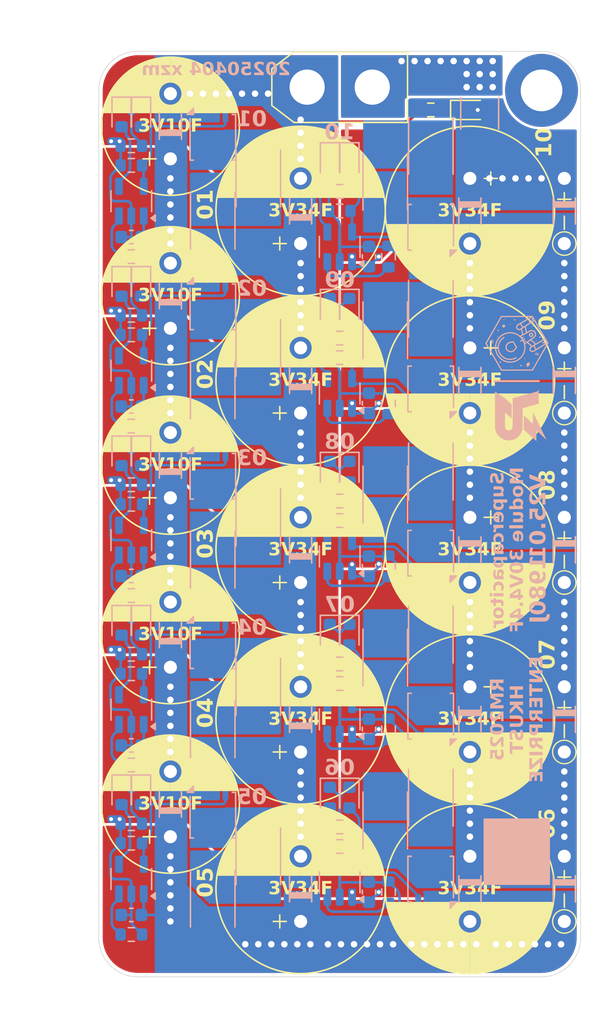
<source format=kicad_pcb>
(kicad_pcb (version 20240108) (generator "pcbnew") (generator_version "8.0")
  (layers (0 "F.Cu" signal) (31 "B.Cu" signal) (34 "B.Paste" user) (35 "F.Paste" user) (36 "B.SilkS" user "B.Silkscreen") (37 "F.SilkS" user "F.Silkscreen") (38 "B.Mask" user) (39 "F.Mask" user) (44 "Edge.Cuts" user))
  (net 0 "")
  (net 1 "CAP_10P")
  (net 2 "CAP_9P")
  (net 3 "CAP_8P")
  (net 4 "CAP_7P")
  (net 5 "CAP_6P")
  (net 6 "CAP_5P")
  (net 7 "CAP_4P")
  (net 8 "CAP_3P")
  (net 9 "CAP_2P")
  (net 10 "CAP_1P")
  (net 11 "GND")
  (net 13 "Net-(J1-Pin_2)")
  (net 14 "Net-(D1-A)")
  (net 15 "Net-(D1-K)")
  (net 16 "Net-(D3-A)")
  (net 17 "Net-(D4-A)")
  (net 18 "Net-(D4-K)")
  (net 19 "Net-(D5-A)")
  (net 20 "Net-(D6-K)")
  (net 21 "Net-(D6-A)")
  (net 22 "Net-(D7-A)")
  (net 23 "Net-(D8-A)")
  (net 24 "Net-(D8-K)")
  (net 25 "Net-(D9-A)")
  (net 26 "Net-(D10-K)")
  (net 27 "Net-(D10-A)")
  (net 28 "Net-(D14-A)")
  (net 29 "Net-(D16-A)")
  (net 30 "Net-(D16-K)")
  (net 31 "Net-(D17-A)")
  (net 32 "Net-(D18-A)")
  (net 33 "Net-(D18-K)")
  (net 34 "Net-(D19-A)")
  (net 35 "Net-(D20-A)")
  (net 36 "Net-(D20-K)")
  (net 37 "Net-(D21-A)")
  (net 38 "Net-(D22-A)")
  (net 39 "Net-(D22-K)")
  (net 40 "Net-(D23-A)")
  (net 41 "Net-(D24-A)")
  (net 42 "Net-(D24-K)")
  (net 43 "Net-(D25-A)")
  (net 44 "Net-(Q1-D)")
  (net 45 "Net-(Q2-D)")
  (net 46 "Net-(Q3-D)")
  (net 47 "Net-(Q5-D)")
  (net 48 "Net-(Q6-D)")
  (net 49 "Net-(Q7-D)")
  (net 50 "Net-(Q8-D)")
  (net 51 "Net-(Q9-D)")
  (net 52 "Net-(Q10-D)")
  (net 53 "Net-(Q11-D)")
  (net 54 "Net-(U1-SEL)")
  (net 55 "Net-(R3-Pad2)")
  (net 56 "Net-(U3-SEL)")
  (net 57 "Net-(R15-Pad2)")
  (net 58 "Net-(U4-SEL)")
  (net 59 "Net-(R21-Pad2)")
  (net 60 "Net-(U5-SEL)")
  (net 61 "Net-(R27-Pad2)")
  (net 62 "Net-(U6-SEL)")
  (net 63 "Net-(R33-Pad2)")
  (net 64 "Net-(U7-SEL)")
  (net 65 "Net-(R39-Pad2)")
  (net 66 "Net-(U8-SEL)")
  (net 67 "Net-(R45-Pad2)")
  (net 68 "Net-(U9-SEL)")
  (net 69 "Net-(R51-Pad2)")
  (net 70 "Net-(U10-SEL)")
  (net 71 "Net-(R57-Pad2)")
  (net 72 "Net-(U11-SEL)")
  (net 73 "Net-(R63-Pad2)")
  (net 74 "Net-(D13-K)")
  (footprint "RM25:TV1030-3R0106-R" (layer "F.Cu") (at 103.5 76.25 90)
    (property "Reference" "C6" (hide yes))
    (property "Value" "3V 10F" (hide yes))
  )
  (footprint "RM25:TV1245-3R0346-R" (layer "F.Cu") (at 113.5 56.75 90)
    (property "Reference" "C9" (hide yes))
    (property "Value" "3V 34F" (hide yes))
  )
  (footprint "Connector_AMASS:AMASS_XT30U-F_1x02_P5.0mm_Vertical" (layer "F.Cu") (at 114 47.25)
    (property "Reference" "J1" (hide yes))
    (property "Value" "Conn_01x02")
  )
  (footprint "RM25:TV1030-3R0106-R-Hor" (layer "F.Cu") (at 133.75 82.75 -90)
    (property "Reference" "C29" (hide yes))
    (property "Value" "3V 10F" (hide yes))
  )
  (footprint "LED_SMD:LED_0603_1608Metric" (layer "F.Cu") (at 126.5 49)
    (property "Reference" "D13" (hide yes))
    (property "Value" "LED")
  )
  (footprint "RM25:TV1245-3R0346-R" (layer "F.Cu") (at 126.5 82.75 -90)
    (property "Reference" "C28" (hide yes))
    (property "Value" "3V 34F" (hide yes))
  )
  (footprint "RM25:TV1245-3R0346-R" (layer "F.Cu") (at 126.5 69.75 -90)
    (property "Reference" "C26" (hide yes))
    (property "Value" "3V 34F" (hide yes))
  )
  (footprint "RM25:TV1245-3R0346-R" (layer "F.Cu") (at 113.5 95.75 90)
    (property "Reference" "C3" (hide yes))
    (property "Value" "3V 34F" (hide yes))
  )
  (footprint "MountingHole:MountingHole_3.2mm_M3_DIN965_Pad" (layer "F.Cu") (at 132 47.5 90)
    (property "Reference" "H4" (hide yes))
    (property "Value" "MountingHole_Pad")
  )
  (footprint "RM25:TV1245-3R0346-R" (layer "F.Cu") (at 113.5 69.75 90)
    (property "Reference" "C7" (hide yes))
    (property "Value" "3V 34F" (hide yes))
  )
  (footprint "RM25:TV1030-3R0106-R-Hor" (layer "F.Cu") (at 133.75 69.75 -90)
    (property "Reference" "C27" (hide yes))
    (property "Value" "3V 10F" (hide yes))
  )
  (footprint "RM25:TV1030-3R0106-R-Hor" (layer "F.Cu") (at 133.75 108.75 -90)
    (property "Reference" "C33" (hide yes))
    (property "Value" "3V 10F" (hide yes))
  )
  (footprint "Resistor_SMD:R_0603_1608Metric" (layer "F.Cu") (at 123.5 49 180)
    (property "Reference" "R67" (hide yes))
    (property "Value" "100k")
  )
  (footprint "RM25:TV1245-3R0346-R" (layer "F.Cu") (at 113.5 82.75 90)
    (property "Reference" "C5" (hide yes))
    (property "Value" "3V 34F" (hide yes))
  )
  (footprint "RM25:TV1030-3R0106-R" (layer "F.Cu") (at 103.5 102.25 90)
    (property "Reference" "C2" (hide yes))
    (property "Value" "3V 10F" (hide yes))
  )
  (footprint "RM25:TV1245-3R0346-R" (layer "F.Cu") (at 126.5 95.75 -90)
    (property "Reference" "C30" (hide yes))
    (property "Value" "3V 34F" (hide yes))
  )
  (footprint "RM25:TV1245-3R0346-R" (layer "F.Cu") (at 113.5 108.75 90)
    (property "Reference" "C1" (hide yes))
    (property "Value" "3V 34F" (hide yes))
  )
  (footprint "RM25:TV1030-3R0106-R-Hor" (layer "F.Cu") (at 133.75 95.75 -90)
    (property "Reference" "C31" (hide yes))
    (property "Value" "3V 10F" (hide yes))
  )
  (footprint "RM25:TV1245-3R0346-R" (layer "F.Cu") (at 126.5 108.75 -90)
    (property "Reference" "C32" (hide yes))
    (property "Value" "3V 34F" (hide yes))
  )
  (footprint "RM25:TV1030-3R0106-R-Hor" (layer "F.Cu") (at 133.75 56.75 -90)
    (property "Reference" "C25" (hide yes))
    (property "Value" "3V 10F" (hide yes))
  )
  (footprint "RM25:TV1030-3R0106-R" (layer "F.Cu") (at 103.5 89.25 90)
    (property "Reference" "C4" (hide yes))
    (property "Value" "3V 10F" (hide yes))
  )
  (footprint "RM25:TV1030-3R0106-R" (layer "F.Cu") (at 103.5 63.25 90)
    (property "Reference" "C8" (hide yes))
    (property "Value" "3V 10F" (hide yes))
  )
  (footprint "RM25:TV1030-3R0106-R" (layer "F.Cu") (at 103.5 50.25 90)
    (property "Reference" "C10" (hide yes))
    (property "Value" "3V 10F" (hide yes))
  )
  (footprint "RM25:TV1245-3R0346-R" (layer "F.Cu") (at 126.5 56.75 -90)
    (property "Reference" "C24" (hide yes))
    (property "Value" "3V 34F" (hide yes))
  )
  (footprint "Capacitor_SMD:C_0603_1608Metric" (layer "B.Cu") (at 118.75 84 90)
    (property "Reference" "C20" (hide yes))
    (property "Value" "100n")
  )
  (footprint "LED_SMD:LED_0603_1608Metric" (layer "B.Cu") (at 99.75 62.5 -90)
    (property "Reference" "D8" (hide yes))
    (property "Value" "R")
  )
  (footprint "Resistor_SMD:R_0603_1608Metric" (layer "B.Cu") (at 100.5 86.25)
    (property "Reference" "R19" (hide yes))
    (property "Value" "1k")
  )
  (footprint "Resistor_SMD:R_2512_6332Metric" (layer "B.Cu") (at 123.5 101.75 -90)
    (property "Reference" "R63" (hide yes))
    (property "Value" "0R3")
  )
  (footprint "RM25:D_SOD-323_HS" (layer "B.Cu") (at 113.5 108.75 90)
    (property "Reference" "D27" (hide yes))
    (property "Value" "PMEG4010BEA")
  )
  (footprint "LED_SMD:LED_0603_1608Metric" (layer "B.Cu") (at 101.25 88.5 -90)
    (property "Reference" "D5" (hide yes))
    (property "Value" "Y")
  )
  (footprint "Resistor_SMD:R_0603_1608Metric" (layer "B.Cu") (at 116.5 105.5 180)
    (property "Reference" "R66" (hide yes))
    (property "Value" "1k")
  )
  (footprint "Resistor_SMD:R_2512_6332Metric" (layer "B.Cu") (at 120 78.5 -90)
    (property "Reference" "R53" (hide yes))
    (property "Value" "0R3")
  )
  (footprint "Resistor_SMD:R_2512_6332Metric" (layer "B.Cu") (at 110.25 106.25 90)
    (property "Reference" "R5" (hide yes))
    (property "Value" "0R3")
  )
  (footprint "LED_SMD:LED_0603_1608Metric" (layer "B.Cu") (at 101.25 75.5 -90)
    (property "Reference" "D7" (hide yes))
    (property "Value" "Y")
  )
  (footprint "Package_TO_SOT_SMD:SOT-23-5" (layer "B.Cu") (at 116.5 95.75 90)
    (property "Reference" "U10" (hide yes))
    (property "Value" "BW6103")
  )
  (footprint "RM25:D_SOD-323_HS" (layer "B.Cu") (at 133.75 95.75 -90)
    (property "Reference" "D35" (hide yes))
    (property "Value" "PMEG4010BEA")
  )
  (footprint "RM25:MOS_PDFN_3.3x3.3mm" (layer "B.Cu") (at 123.5 95.5 90)
    (property "Reference" "Q10" (hide yes))
    (property "Value" "AP2045Q")
  )
  (footprint "Resistor_SMD:R_0603_1608Metric" (layer "B.Cu") (at 116.5 93 180)
    (property "Reference" "R60" (hide yes))
    (property "Value" "1k")
  )
  (footprint "Capacitor_SMD:C_0603_1608Metric" (layer "B.Cu") (at 118.75 60.25 90)
    (property "Reference" "C18" (hide yes))
    (property "Value" "100n")
  )
  (footprint "RM25:D_SOD-323_HS" (layer "B.Cu") (at 113.5 69.75 90)
    (property "Reference" "D30" (hide yes))
    (property "Value" "PMEG4010BEA")
  )
  (footprint "LED_SMD:LED_0603_1608Metric" (layer "B.Cu") (at 117.25 53 -90)
    (property "Reference" "D17" (hide yes))
    (property "Value" "Y")
  )
  (footprint "LED_SMD:LED_0603_1608Metric" (layer "B.Cu") (at 115.75 53 -90)
    (property "Reference" "D16" (hide yes))
    (property "Value" "R")
  )
  (footprint "Resistor_SMD:R_0603_1608Metric" (layer "B.Cu") (at 116.5 91.5 180)
    (property "Reference" "R58" (hide yes))
    (property "Value" "330R")
  )
  (footprint "RM25:D_SOD-323_HS" (layer "B.Cu") (at 103.5 63.25 90)
    (property "Reference" "D40" (hide yes))
    (property "Value" "PMEG4010BEA")
  )
  (footprint "RM25:D_SOD-323_HS" (layer "B.Cu") (at 103.5 89.25 90)
    (property "Reference" "D38" (hide yes))
    (property "Value" "PMEG4010BEA")
  )
  (footprint "Resistor_SMD:R_2512_6332Metric" (layer "B.Cu") (at 106.75 83.5 90)
    (property "Reference" "R21" (hide yes))
    (property "Value" "0R3")
  )
  (footprint "RM25:MOS_PDFN_3.3x3.3mm" (layer "B.Cu") (at 123.5 70.4 90)
    (property "Reference" "Q8" (hide yes))
    (property "Value" "AP2045Q")
  )
  (footprint "Resistor_SMD:R_0603_1608Metric" (layer "B.Cu") (at 100.5 99.25)
    (property "Reference" "R13" (hide yes))
    (property "Value" "1k")
  )
  (footprint "Resistor_SMD:R_0603_1608Metric" (layer "B.Cu") (at 120.25 60.25 90)
    (property "Reference" "R37" (hide yes))
    (property "Value" "1k")
  )
  (footprint "LED_SMD:LED_0603_1608Metric" (layer "B.Cu") (at 117.25 101.75 -90)
    (property "Reference" "D25" (hide yes))
    (property "Value" "Y")
  )
  (footprint "RM25:D_SOD-323_HS" (layer "B.Cu") (at 133.75 56.75 -90)
    (property "Reference" "D32" (hide yes))
    (property "Value" "PMEG4010BEA")
  )
  (footprint "Resistor_SMD:R_0603_1608Metric" (layer "B.Cu") (at 120.25 96.5 90)
    (property "Reference" "R55" (hide yes))
    (property "Value" "1k")
  )
  (footprint "Package_TO_SOT_SMD:SOT-23-5" (layer "B.Cu") (at 116.5 70.75 90)
    (property "Reference" "U8" (hide yes))
    (property "Value" "BW6103")
  )
  (footprint "Package_TO_SOT_SMD:SOT-23-5" (layer "B.Cu") (at 100.5 56 90)
    (property "Reference" "U6" (hide yes))
    (property "Value" "BW6103")
  )
  (footprint "Capacitor_SMD:C_0603_1608Metric" (layer "B.Cu") (at 100.5 110.75 180)
    (property "Reference" "C13" (hide yes))
    (property "Value" "100n")
  )
  (footprint "Resistor_SMD:R_0603_1608Metric" (layer "B.Cu") (at 100.5 90.75 180)
    (property "Reference" "R16" (hide yes))
    (property "Value" "330R")
  )
  (footprint "RM25:D_SOD-323_HS" (layer "B.Cu") (at 126.5 95.75 -90)
    (property "Reference" "D15" (hide yes))
    (property "Value" "PMEG4010BEA")
  )
  (footprint "Fuse:Fuse_Littelfuse-NANO2-451_453" (layer "B.Cu") (at 127.25 49.25 90)
    (property "Reference" "F1" (hide yes))
    (property "Value" "Fuse")
  )
  (footprint "RM25:D_SOD-323_HS" (layer "B.Cu") (at 113.5 82.75 90)
    (property "Reference" "D29" (hide yes))
    (property "Value" "PMEG4010BEA")
  )
  (footprint "LED_SMD:LED_0603_1608Metric" (layer "B.Cu") (at 99.75 49.5 -90)
    (property "Reference" "D10" (hide yes))
    (property "Value" "R")
  )
  (footprint "RM25:MOS_PDFN_3.3x3.3mm" (layer "B.Cu") (at 106.75 64.1 -90)
    (property "Reference" "Q5" (hide yes))
    (property "Value" "AP2045Q")
  )
  (footprint "LED_SMD:LED_0603_1608Metric" (layer "B.Cu") (at 117.25 64.25 -90)
    (property "Reference" "D19" (hide yes))
    (property "Value" "Y")
  )
  (footprint "Resistor_SMD:R_0603_1608Metric" (layer "B.Cu") (at 100.5 92.25 180)
    (property "Reference" "R18" (hide yes))
    (property "Value" "1k")
  )
  (footprint "Package_TO_SOT_SMD:SOT-23-5" (layer "B.Cu") (at 116.5 59.5 90)
    (property "Reference" "U7" (hide yes))
    (property "Value" "BW6103")
  )
  (footprint "Package_TO_SOT_SMD:SOT-23-5" (layer "B.Cu") (at 100.5 69 90)
    (property "Reference" "U5" (hide yes))
    (property "Value" "BW6103")
  )
  (footprint "RM25:MOS_PDFN_3.3x3.3mm" (layer "B.Cu") (at 123.5 108 90)
    (property "Reference" "Q11" (hide yes))
    (property "Value" "AP2045Q")
  )
  (footprint "Resistor_SMD:R_0603_1608Metric" (layer "B.Cu") (at 100.5 73.25)
    (property "Reference" "R25" (hide yes))
    (property "Value" "1k")
  )
  (footprint "Resistor_SMD:R_0603_1608Metric" (layer "B.Cu") (at 116.5 80.5 180)
    (property "Reference" "R54" (hide yes))
    (property "Value" "1k")
  )
  (footprint "Resistor_SMD:R_0603_1608Metric" (layer "B.Cu") (at 100.5 60.25)
    (property "Reference" "R31" (hide yes))
    (property "Value" "1k")
  )
  (footprint "Resistor_SMD:R_0603_1608Metric" (layer "B.Cu") (at 116.5 104 180)
    (property "Reference" "R64" (hide yes))
    (property "Value" "330R")
  )
  (footprint "RM25:MOS_PDFN_3.3x3.3mm" (layer "B.Cu") (at 123.5 58 90)
    (property "Reference" "Q7" (hide yes))
    (property "Value" "AP2045Q")
  )
  (footprint "Resistor_SMD:R_0603_1608Metric" (layer "B.Cu") (at 100.5 53.25 180)
    (property "Reference" "R36" (hide yes))
    (property "Value" "1k")
  )
  (footprint "Resistor_SMD:R_0603_1608Metric" (layer "B.Cu") (at 100.5 66.25 180)
    (property "Reference" "R30" (hide yes))
    (property "Value" "1k")
  )
  (footprint "LOGO" (layer "B.Cu") (at 130.4 72.4 -90)
    (property "Reference" "G***" (hide yes))
    (property "Value" "LOGO" (hide yes))
  )
  (footprint "Capacitor_SMD:C_0603_1608Metric" (layer "B.Cu") (at 118.75 71.5 90)
    (property "Reference" "C19" (hide yes))
    (property "Value" "100n")
  )
  (footprint "RM25:MOS_PDFN_3.3x3.3mm" (layer "B.Cu") (at 123.5 83 90)
    (property "Reference" "Q9" (hide yes))
    (property "Value" "AP2045Q")
  )
  (footprint "RM25:MOS_PDFN_3.3x3.3mm" (layer "B.Cu") (at 106.75 77.1 -90)
    (property "Reference" "Q3" (hide yes))
    (property "Value" "AP2045Q")
  )
  (footprint "LOGO" (layer "B.Cu") (at 130.1 66.9 -90)
    (property "Reference" "G***" (hide yes))
    (property "Value" "LOGO" (hide yes))
  )
  (footprint "Capacitor_SMD:C_0603_1608Metric" (layer "B.Cu") (at 100.5 71.75 180)
    (property "Reference" "C16" (hide yes))
    (property "Value" "100n")
  )
  (footprint "Resistor_SMD:R_0603_1608Metric" (layer "B.Cu") (at 116.5 55.25 180)
    (property "Reference" "R40" (hide yes))
    (property "Value" "330R")
  )
  (footprint "Resistor_SMD:R_2512_6332Metric" (layer "B.Cu") (at 120 103.5 -90)
    (property "Reference" "R65" (hide yes))
    (property "Value" "0R3")
  )
  (footprint "Package_TO_SOT_SMD:SOT-23-5" (layer "B.Cu") (at 100.5 82 90)
    (property "Reference" "U4" (hide yes))
    (property "Value" "BW6103")
  )
  (footprint "Resistor_SMD:R_0603_1608Metric" (layer "B.Cu") (at 120.25 71.5 90)
    (property "Reference" "R43" (hide yes))
    (property "Value" "1k")
  )
  (footprint "Resistor_SMD:R_0603_1608Metric" (layer "B.Cu") (at 100.5 79.25 180)
    (property "Reference" "R24" (hide yes))
    (property "Value" "1k")
  )
  (footprint "Resistor_SMD:R_0603_1608Metric" (layer "B.Cu") (at 100.5 77.75 180)
    (property "Reference" "R22" (hide yes))
    (property "Value" "330R")
  )
  (footprint "LED_SMD:LED_0603_1608Metric" (layer "B.Cu") (at 115.75 76.75 -90)
    (property "Reference" "D20" (hide yes))
    (property "Value" "R")
  )
  (footprint "Resistor_SMD:R_2512_6332Metric" (layer "B.Cu") (at 106.75 109.5 90)
    (property "Reference" "R3" (hide yes))
    (property "Value" "0R3")
  )
  (footprint "Resistor_SMD:R_2512_6332Metric" (layer "B.Cu") (at 106.75 57.5 90)
    (property "Reference" "R33" (hide yes))
    (property "Value" "0R3")
  )
  (footprint "Capacitor_SMD:C_0603_1608Metric" (layer "B.Cu") (at 100.5 97.75 180)
    (property "Reference" "C14" (hide yes))
    (property "Value" "100n")
  )
  (footprint "LED_SMD:LED_0603_1608Metric" (layer "B.Cu") (at 115.75 101.75 -90)
    (property "Reference" "D24" (hide yes))
    (property "Value" "R")
  )
  (footprint "RM25:D_SOD-323_HS" (layer "B.Cu") (at 133.75 82.75 -90)
    (property "Reference" "D34" (hide yes))
    (property "Value" "PMEG4010BEA")
  )
  (footprint "RM25:MOS_PDFN_3.3x3.3mm" (layer "B.Cu") (at 106.75 103.1 -90)
    (property "Reference" "Q1" (hide yes))
    (property "Value" "AP2045Q")
  )
  (footprint "Resistor_SMD:R_0603_1608Metric" (layer "B.Cu") (at 116.5 79 180)
    (property "Reference" "R52" (hide yes))
    (property "Value" "330R")
  )
  (footprint "RM25:D_SOD-323_HS" (layer "B.Cu") (at 126.5 82.75 -90)
    (property "Reference" "D12" (hide yes))
    (property "Value" "PMEG4010BEA")
  )
  (footprint "Resistor_SMD:R_0603_1608Metric" (layer "B.Cu") (at 100.5 105.25 180)
    (property "Reference" "R6" (hide yes))
    (property "Value" "1k")
  )
  (footprint "Resistor_SMD:R_0603_1608Metric" (layer "B.Cu") (at 116.5 66.5 180)
    (property "Reference" "R46" (hide yes))
    (property "Value" "330R")
  )
  (footprint "Resistor_SMD:R_0603_1608Metric" (layer "B.Cu") (at 100.5 112.25)
    (property "Reference" "R1" (hide yes))
    (property "Value" "1k")
  )
  (footprint "Resistor_SMD:R_2512_6332Metric" (layer "B.Cu") (at 110.25 80.25 90)
    (property "Reference" "R23" (hide yes))
    (property "Value" "0R3")
  )
  (footprint "RM25:D_SOD-323_HS" (layer "B.Cu") (at 103.5 50.25 90)
    (property "Reference" "D41" (hide yes))
    (property "Value" "PMEG4010BEA")
  )
  (footprint "Resistor_SMD:R_0603_1608Metric" (layer "B.Cu") (at 116.5 68 180)
    (property "Reference" "R48" (hide yes))
    (property "Value" "1k")
  )
  (footprint "Resistor_SMD:R_2512_6332Metric" (layer "B.Cu") (at 106.75 70.5 90)
    (property "Reference" "R27" (hide yes))
    (property "Value" "0R3")
  )
  (footprint "Resistor_SMD:R_2512_6332Metric" (layer "B.Cu") (at 110.25 67.25 90)
    (property "Reference" "R29" (hide yes))
    (property "Value" "0R3")
  )
  (footprint "Resistor_SMD:R_2512_6332Metric" (layer "B.Cu") (at 120 65.9 -90)
    (property "Reference" "R47" (hide yes))
    (property "Value" "0R3")
  )
  (footprint "Resistor_SMD:R_0603_1608Metric" (layer "B.Cu") (at 100.5 103.75 180)
    (property "Reference" "R4" (hide yes))
    (property "Value" "330R")
  )
  (footprint "Capacitor_SMD:C_0603_1608Metric" (layer "B.Cu") (at 100.5 84.75 180)
    (property "Reference" "C15" (hide yes))
    (property "Value" "100n")
  )
  (footprint "LED_SMD:LED_0603_1608Metric" (layer "B.Cu") (at 99.75 75.5 -90)
    (property "Reference" "D6" (hide yes))
    (property "Value" "R")
  )
  (footprint "Resistor_SMD:R_2512_6332Metric" (layer "B.Cu") (at 106.75 96.5 90)
    (property "Reference" "R15" (hide yes))
    (property "Value" "0R3")
  )
  (footprint "Resistor_SMD:R_0603_1608Metric" (layer "B.Cu") (at 116.5 56.75 180)
    (property "Reference" "R42" (hide yes))
    (property "Value" "1k")
  )
  (footprint "Capacitor_SMD:C_0603_1608Metric" (layer "B.Cu") (at 118.75 96.5 90)
    (property "Reference" "C21" (hide yes))
    (property "Value" "100n")
  )
  (footprint "RM25:D_SOD-323_HS" (layer "B.Cu") (at 133.75 108.75 -90)
    (property "Reference" "D36" (hide yes))
    (property "Value" "PMEG4010BEA")
  )
  (footprint "LED_SMD:LED_0603_1608Metric" (layer "B.Cu") (at 99.75 88.5 -90)
    (property "Reference" "D4" (hide yes))
    (property "Value" "R")
  )
  (footprint "Resistor_SMD:R_0603_1608Metric" (layer "B.Cu") (at 100.5 64.75 180)
    (property "Reference" "R28" (hide yes))
    (property "Value" "330R")
  )
  (footprint "Capacitor_SMD:C_0603_1608Metric" (layer "B.Cu") (at 100.5 58.75 180)
    (property "Reference" "C17" (hide yes))
    (property "Value" "100n")
  )
  (footprint "LED_SMD:LED_0603_1608Metric" (layer "B.Cu") (at 117.25 89.25 -90)
    (property "Reference" "D23" (hide yes))
    (property "Value" "Y")
  )
  (footprint "Resistor_SMD:R_0603_1608Metric" (layer "B.Cu") (at 100.5 51.75 180)
    (property "Reference" "R34" (hide yes))
    (property "Value" "330R")
  )
  (footprint "Resistor_SMD:R_2512_6332Metric" (layer "B.Cu") (at 123.5 76.75 -90)
    (property "Reference" "R51" (hide yes))
    (property "Value" "0R3")
  )
  (footprint "Resistor_SMD:R_0603_1608Metric" (layer "B.Cu") (at 120.25 109 90)
    (property "Reference" "R61" (hide yes))
    (property "Value" "1k")
  )
  (footprint "RM25:D_SOD-323_HS" (layer "B.Cu") (at 113.5 95.75 90)
    (property "Reference" "D28" (hide yes))
    (property "Value" "PMEG4010BEA")
  )
  (footprint "RM25:D_SOD-323_HS" (layer "B.Cu") (at 103.5 76.25 90)
    (property "Reference" "D39" (hide yes))
    (property "Value" "PMEG4010BEA")
  )
  (footprint "Resistor_SMD:R_2512_6332Metric" (layer "B.Cu") (at 123.5 89.25 -90)
    (property "Reference" "R57" (hide yes))
    (property "Value" "0R3")
  )
  (footprint "Capacitor_SMD:C_0603_1608Metric" (layer "B.Cu") (at 118.75 109 90)
    (property "Reference" "C22" (hide yes))
    (property "Value" "100n")
  )
  (footprint "Resistor_SMD:R_2512_6332Metric" (layer "B.Cu") (at 120 54.5 -90)
    (property "Reference" "R41" (hide yes))
    (property "Value" "0R3")
  )
  (footprint "LED_SMD:LED_0603_1608Metric" (layer "B.Cu") (at 117.25 76.75 -90)
    (property "Reference" "D21" (hide yes))
    (property "Value" "Y")
  )
  (footprint "LED_SMD:LED_0603_1608Metric" (layer "B.Cu") (at 101.25 101.5 -90)
    (property "Reference" "D3" (hide yes))
    (property "Value" "Y")
  )
  (footprint "LED_SMD:LED_0603_1608Metric" (layer "B.Cu") (at 115.75 89.25 -90)
    (property "Reference" "D22" (hide yes))
    (property "Value" "R")
  )
  (footprint "RM25:D_SOD-323_HS" (layer "B.Cu") (at 133.75 69.75 -90)
    (property "Reference" "D33" (hide yes))
    (property "Value" "PMEG4010BEA")
  )
  (footprint "LED_SMD:LED_0603_1608Metric" (layer "B.Cu") (at 99.75 101.5 -90)
    (property "Reference" "D1" (hide yes))
    (property "Value" "R")
  )
  (footprint "RM25:D_SOD-323_HS" (layer "B.Cu") (at 126.5 69.75 -90)
    (property "Reference" "D11" (hide yes))
    (property "Value" "PMEG4010BEA")
  )
  (footprint "Package_TO_SOT_SMD:SOT-23-5" (layer "B.Cu") (at 116.5 108.25 90)
    (property "Reference" "U11" (hide yes))
    (property "Value" "BW6103")
  )
  (footprint "Package_TO_SOT_SMD:SOT-23-5" (layer "B.Cu") (at 100.5 108 90)
    (property "Reference" "U1" (hide yes))
    (property "Value" "BW6103")
  )
  (footprint "Resistor_SMD:R_2512_6332Metric" (layer "B.Cu") (at 120 91 -90)
    (property "Reference" "R59" (hide yes))
    (property "Value" "0R3")
  )
  (footprint "RM25:MOS_PDFN_3.3x3.3mm" (layer "B.Cu") (at 106.75 90.1 -90)
    (property "Reference" "Q2" (hide yes))
    (property "Value" "AP2045Q")
  )
  (footprint "Resistor_SMD:R_0603_1608Metric" (layer "B.Cu") (at 120.25 84 90)
    (property "Reference" "R49" (hide yes))
    (property "Value" "1k")
  )
  (footprint "LED_SMD:LED_0603_1608Metric" (layer "B.Cu") (at 115.75 64.25 -90)
    (property "Reference" "D18" (hide yes))
    (property "Value" "R")
  )
  (footprint "Resistor_SMD:R_2512_6332Metric" (layer "B.Cu") (at 123.5 64.25 -90)
    (property "Reference" "R45" (hide yes))
    (property "Value" "0R3")
  )
  (footprint "RM25:D_SOD-323_HS" (layer "B.Cu") (at 103.5 102.25 90)
    (property "Reference" "D37" (hide yes))
    (property "Value" "PMEG4010BEA")
  )
  (footprint "LED_SMD:LED_0603_1608Metric" (layer "B.Cu") (at 101.25 49.5 -90)
    (property "Reference" "D14" (hide yes))
    (property "Value" "Y")
  )
  (footprint "Package_TO_SOT_SMD:SOT-23-5" (layer "B.Cu") (at 116.5 83.25 90)
    (property "Reference" "U9" (hide yes))
    (property "Value" "BW6103")
  )
  (footprint "Resistor_SMD:R_2512_6332Metric" (layer "B.Cu") (at 110.25 54.25 90)
    (property "Reference" "R35" (hide yes))
    (property "Value" "0R3")
  )
  (footprint "RM25:MOS_PDFN_3.3x3.3mm" (layer "B.Cu") (at 106.75 51.1 -90)
    (property "Reference" "Q6" (hide yes))
    (property "Value" "AP2045Q")
  )
  (footprint "RM25:D_SOD-323_HS" (layer "B.Cu") (at 113.5 56.75 90)
    (property "Reference" "D31" (hide yes))
    (property "Value" "PMEG4010BEA")
  )
  (footprint "LED_SMD:LED_0603_1608Metric" (layer "B.Cu") (at 101.25 62.5 -90)
    (property "Reference" "D9" (hide yes))
    (property "Value" "Y")
  )
  (footprint "Package_TO_SOT_SMD:SOT-23-5" (layer "B.Cu") (at 100.5 95 90)
    (property "Reference" "U3" (hide yes))
    (property "Value" "BW6103")
  )
  (footprint "Resistor_SMD:R_2512_6332Metric" (layer "B.Cu") (at 123.5 51.75 -90)
    (property "Reference" "R39" (hide yes))
    (property "Value" "0R3")
  )
  (footprint "RM25:D_SOD-323_HS" (layer "B.Cu") (at 126.5 56.75 -90)
    (property "Reference" "D2" (hide yes))
    (property "Value" "PMEG4010BEA")
  )
  (footprint "RM25:D_SOD-323_HS" (layer "B.Cu") (at 126.5 108.75 -90)
    (property "Reference" "D26" (hide yes))
    (property "Value" "PMEG4010BEA")
  )
  (footprint "Resistor_SMD:R_2512_6332Metric" (layer "B.Cu") (at 110.25 93.25 90)
    (property "Reference" "R17" (hide yes))
    (property "Value" "0R3")
  )
  (gr_line (start 128.4 69.8) (end 131.8 69.8) (stroke (width 0.15)) (layer "B.SilkS"))
  (gr_rect (start 127.6 103.4) (end 132.6 108.4) (stroke (width 0.1)) (fill solid) (layer "B.SilkS"))
  (gr_arc (start 132 44.5) (mid 134.12132 45.37868) (end 135 47.5) (stroke (width 0.05)) (layer "Edge.Cuts"))
  (gr_line (start 98 112.5) (end 98 47.5) (stroke (width 0.05)) (layer "Edge.Cuts"))
  (gr_arc (start 135 112.5) (mid 134.12132 114.62132) (end 132 115.5) (stroke (width 0.05)) (layer "Edge.Cuts"))
  (gr_line (start 132 115.5) (end 101 115.5) (stroke (width 0.05)) (layer "Edge.Cuts"))
  (gr_line (start 135 47.5) (end 135 112.5) (stroke (width 0.05)) (layer "Edge.Cuts"))
  (gr_arc (start 98 47.5) (mid 98.87868 45.37868) (end 101 44.5) (stroke (width 0.05)) (layer "Edge.Cuts"))
  (gr_arc (start 101 115.5) (mid 98.87868 114.62132) (end 98 112.5) (stroke (width 0.05)) (layer "Edge.Cuts"))
  (gr_line (start 101 44.5) (end 132 44.5) (stroke (width 0.05)) (layer "Edge.Cuts"))
  (gr_text "08" (at 116.5 74.5 0) (layer "B.SilkS") (effects (font (size 1.2 1.2) (thickness 0.2) (bold yes)) (justify mirror)))
  (gr_text "20250404 xzm" (at 107 46.5 0) (layer "B.SilkS") (effects (font (size 1 1) (thickness 0.2) (bold yes)) (justify bottom mirror)))
  (gr_text "V25.01" (at 132.5 80.25 90) (layer "B.SilkS") (effects (font (size 1.2 1.2) (thickness 0.2) (bold yes)) (justify bottom mirror)))
  (gr_text "03" (at 109.75 75.75 0) (layer "B.SilkS") (effects (font (size 1.2 1.2) (thickness 0.2) (bold yes)) (justify mirror)))
  (gr_text "10" (at 116.5 50.75 0) (layer "B.SilkS") (effects (font (size 1.2 1.2) (thickness 0.2) (bold yes)) (justify mirror)))
  (gr_text "HKUST" (at 130.75 95.75 90) (layer "B.SilkS") (effects (font (size 1 1) (thickness 0.2) (bold yes)) (justify bottom mirror)))
  (gr_text "02" (at 109.75 62.75 0) (layer "B.SilkS") (effects (font (size 1.2 1.2) (thickness 0.2) (bold yes)) (justify mirror)))
  (gr_text "04" (at 109.75 88.75 0) (layer "B.SilkS") (effects (font (size 1.2 1.2) (thickness 0.2) (bold yes)) (justify mirror)))
  (gr_text "01" (at 109.75 49.75 0) (layer "B.SilkS") (effects (font (size 1.2 1.2) (thickness 0.2) (bold yes)) (justify mirror)))
  (gr_text "06" (at 116.5 99.5 0) (layer "B.SilkS") (effects (font (size 1.2 1.2) (thickness 0.2) (bold yes)) (justify mirror)))
  (gr_text "1980J" (at 132.5 85.75 90) (layer "B.SilkS") (effects (font (size 1.2 1.2) (thickness 0.2) (bold yes)) (justify bottom mirror)))
  (gr_text "05" (at 109.75 101.75 0) (layer "B.SilkS") (effects (font (size 1.2 1.2) (thickness 0.2) (bold yes)) (justify mirror)))
  (gr_text "07" (at 116.5 87 0) (layer "B.SilkS") (effects (font (size 1.2 1.2) (thickness 0.2) (bold yes)) (justify mirror)))
  (gr_text "Module 30V4.4F" (at 130.75 82.75 90) (layer "B.SilkS") (effects (font (size 1 1) (thickness 0.2) (bold yes)) (justify bottom mirror)))
  (gr_text "Supercapacitor" (at 129.25 82.75 90) (layer "B.SilkS") (effects (font (size 1 1) (thickness 0.2) (bold yes)) (justify bottom mirror)))
  (gr_text "RM2025" (at 129.25 95.75 90) (layer "B.SilkS") (effects (font (size 1 1) (thickness 0.2) (bold yes)) (justify bottom mirror)))
  (gr_text "09" (at 116.5 62.1 0) (layer "B.SilkS") (effects (font (size 1.2 1.2) (thickness 0.2) (bold yes)) (justify mirror)))
  (gr_text "ENTERPRIZE" (at 132.25 95.75 90) (layer "B.SilkS") (effects (font (size 1 1) (thickness 0.2) (bold yes)) (justify bottom mirror)))
  (gr_text "07" (at 132.5 90.75 90) (layer "F.SilkS") (effects (font (size 1.2 1.2) (thickness 0.2) (bold yes))))
  (gr_text "3V34F" (at 126.5 56.75 0) (layer "F.SilkS") (effects (font (size 1 1) (thickness 0.2) (bold yes))))
  (gr_text "02" (at 106.25 69.25 90) (layer "F.SilkS") (effects (font (size 1.2 1.2) (thickness 0.2) (bold yes))))
  (gr_text "3V34F" (at 126.5 82.75 0) (layer "F.SilkS") (effects (font (size 1 1) (thickness 0.2) (bold yes))))
  (gr_text "08" (at 132.5 77.75 90) (layer "F.SilkS") (effects (font (size 1.2 1.2) (thickness 0.2) (bold yes))))
  (gr_text "03" (at 106.25 82.25 90) (layer "F.SilkS") (effects (font (size 1.2 1.2) (thickness 0.2) (bold yes))))
  (gr_text "04" (at 106.25 95.25 90) (layer "F.SilkS") (effects (font (size 1.2 1.2) (thickness 0.2) (bold yes))))
  (gr_text "3V34F" (at 126.5 95.75 0) (layer "F.SilkS") (effects (font (size 1 1) (thickness 0.2) (bold yes))))
  (gr_text "01" (at 106.25 56.25 90) (layer "F.SilkS") (effects (font (size 1.2 1.2) (thickness 0.2) (bold yes))))
  (gr_text "10" (at 132.25 51.5 90) (layer "F.SilkS") (effects (font (size 1.2 1.2) (thickness 0.2) (bold yes))))
  (gr_text "3V34F" (at 126.5 69.75 0) (layer "F.SilkS") (effects (font (size 1 1) (thickness 0.2) (bold yes))))
  (gr_text "3V10F" (at 103.5 50.25 0) (layer "F.SilkS") (effects (font (size 1 1) (thickness 0.2) (bold yes))))
  (gr_text "3V34F" (at 126.5 108.75 0) (layer "F.SilkS") (effects (font (size 1 1) (thickness 0.2) (bold yes))))
  (gr_text "3V34F" (at 113.5 82.75 0) (layer "F.SilkS") (effects (font (size 1 1) (thickness 0.2) (bold yes))))
  (gr_text "3V34F" (at 113.5 56.75 0) (layer "F.SilkS") (effects (font (size 1 1) (thickness 0.2) (bold yes))))
  (gr_text "3V34F" (at 113.5 95.75 0) (layer "F.SilkS") (effects (font (size 1 1) (thickness 0.2) (bold yes))))
  (gr_text "3V10F" (at 103.5 102.25 0) (layer "F.SilkS") (effects (font (size 1 1) (thickness 0.2) (bold yes))))
  (gr_text "3V34F" (at 113.5 108.75 0) (layer "F.SilkS") (effects (font (size 1 1) (thickness 0.2) (bold yes))))
  (gr_text "3V10F" (at 103.5 89.25 0) (layer "F.SilkS") (effects (font (size 1 1) (thickness 0.2) (bold yes))))
  (gr_text "06" (at 132.5 103.75 90) (layer "F.SilkS") (effects (font (size 1.2 1.2) (thickness 0.2) (bold yes))))
  (gr_text "09" (at 132.5 64.75 90) (layer "F.SilkS") (effects (font (size 1.2 1.2) (thickness 0.2) (bold yes))))
  (gr_text "3V34F" (at 113.5 69.75 0) (layer "F.SilkS") (effects (font (size 1 1) (thickness 0.2) (bold yes))))
  (gr_text "3V10F" (at 103.5 63.25 0) (layer "F.SilkS") (effects (font (size 1 1) (thickness 0.2) (bold yes))))
  (gr_text "05" (at 106.25 108.25 90) (layer "F.SilkS") (effects (font (size 1.2 1.2) (thickness 0.2) (bold yes))))
  (gr_text "3V10F" (at 103.5 76.25 0) (layer "F.SilkS") (effects (font (size 1 1) (thickness 0.2) (bold yes))))
  (segment (start 127.2875 49) (end 127.1 49) (width 0.2) (layer "F.Cu") (net 1))
  (via (at 129 54.25) (size 0.8) (drill 0.5) (layers "F.Cu" "B.Cu") (net 1))
  (via (at 130 54.25) (size 0.8) (drill 0.5) (layers "F.Cu" "B.Cu") (net 1))
  (via (at 127.1 49) (size 0.5) (drill 0.3) (layers "F.Cu" "B.Cu") (net 1))
  (via (at 132 54.25) (size 0.8) (drill 0.5) (layers "F.Cu" "B.Cu") (net 1))
  (via (at 117.45 60.25) (size 0.5) (drill 0.3) (layers "F.Cu" "B.Cu") (net 1))
  (via (at 128 54.25) (size 0.8) (drill 0.5) (layers "F.Cu" "B.Cu") (net 1))
  (via (at 131 54.25) (size 0.8) (drill 0.5) (layers "F.Cu" "B.Cu") (net 1))
  (via (at 119.5 60.25) (size 0.5) (drill 0.3) (layers "F.Cu" "B.Cu") (net 1))
  (segment (start 117.4 61.025) (end 118.75 61.025) (width 0.2) (layer "B.Cu") (net 1))
  (segment (start 118.75 61.025) (end 118.75 61) (width 0.2) (layer "B.Cu") (net 1))
  (segment (start 117.4 60.6375) (end 117.4 61.025) (width 0.2) (layer "B.Cu") (net 1))
  (segment (start 118.75 61) (end 119.5 60.25) (width 0.2) (layer "B.Cu") (net 1))
  (via (at 117.45 71.5) (size 0.5) (drill 0.3) (layers "F.Cu" "B.Cu") (net 2))
  (via (at 126.5 64.75) (size 0.8) (drill 0.5) (layers "F.Cu" "B.Cu") (net 2))
  (via (at 126.5 62.75) (size 0.8) (drill 0.5) (layers "F.Cu" "B.Cu") (net 2))
  (via (at 133.75 65.75) (size 0.8) (drill 0.5) (layers "F.Cu" "B.Cu") (net 2))
  (via (at 126.5 60.75) (size 0.8) (drill 0.5) (layers "F.Cu" "B.Cu") (net 2))
  (via (at 133.75 62.75) (size 0.8) (drill 0.5) (layers "F.Cu" "B.Cu") (net 2))
  (via (at 133.75 64.75) (size 0.8) (drill 0.5) (layers "F.Cu" "B.Cu") (net 2))
  (via (at 126.5 61.75) (size 0.8) (drill 0.5) (layers "F.Cu" "B.Cu") (net 2))
  (via (at 126.5 65.75) (size 0.8) (drill 0.5) (layers "F.Cu" "B.Cu") (net 2))
  (via (at 133.75 61.75) (size 0.8) (drill 0.5) (layers "F.Cu" "B.Cu") (net 2))
  (via (at 133.75 63.75) (size 0.8) (drill 0.5) (layers "F.Cu" "B.Cu") (net 2))
  (via (at 126.5 63.75) (size 0.8) (drill 0.5) (layers "F.Cu" "B.Cu") (net 2))
  (via (at 119.5 71.5) (size 0.5) (drill 0.3) (layers "F.Cu" "B.Cu") (net 2))
  (via (at 133.75 60.75) (size 0.8) (drill 0.5) (layers "F.Cu" "B.Cu") (net 2))
  (segment (start 122.725 60.5125) (end 121.655698 60.5125) (width 0.2) (layer "B.Cu") (net 2))
  (segment (start 123.5 61.2875) (end 122.725 60.5125) (width 0.2) (layer "B.Cu") (net 2))
  (segment (start 121.1125 60.2875) (end 120.25 59.425) (width 0.2) (layer "B.Cu") (net 2))
  (segment (start 118.75 72.25) (end 119.5 71.5) (width 0.2) (layer "B.Cu") (net 2))
  (segment (start 120.175 59.5) (end 120.25 59.425) (width 0.2) (layer "B.Cu") (net 2))
  (segment (start 118.75 72.275) (end 118.75 72.25) (width 0.2) (layer "B.Cu") (net 2))
  (segment (start 116.5 59.5) (end 116.5 60.6375) (width 0.2) (layer "B.Cu") (net 2))
  (segment (start 117.4 71.8875) (end 117.4 72.275) (width 0.2) (layer "B.Cu") (net 2))
  (segment (start 117.4 72.275) (end 118.75 72.275) (width 0.2) (layer "B.Cu") (net 2))
  (segment (start 116.2375 57.3125) (end 115.675 56.75) (width 0.2) (layer "B.Cu") (net 2))
  (segment (start 116.5 59.5) (end 120.175 59.5) (width 0.2) (layer "B.Cu") (net 2))
  (segment (start 115.675 55.25) (end 115.675 56.75) (width 0.2) (layer "B.Cu") (net 2))
  (segment (start 116.5 59.5) (end 116.5 57.946231) (width 0.2) (layer "B.Cu") (net 2))
  (arc (start 116.5 57.946231) (mid 116.431778 57.603258) (end 116.2375 57.3125) (width 0.2) (layer "B.Cu") (net 2))
  (arc (start 121.655698 60.5125) (mid 121.361721 60.454024) (end 121.1125 60.2875) (width 0.2) (layer "B.Cu") (net 2))
  (via (at 133.75 73.75) (size 0.8) (drill 0.5) (layers "F.Cu" "B.Cu") (net 3))
  (via (at 133.75 75.75) (size 0.8) (drill 0.5) (layers "F.Cu" "B.Cu") (net 3))
  (via (at 126.5 73.75) (size 0.8) (drill 0.5) (layers "F.Cu" "B.Cu") (net 3))
  (via (at 126.5 75.75) (size 0.8) (drill 0.5) (layers "F.Cu" "B.Cu") (net 3))
  (via (at 126.5 76.75) (size 0.8) (drill 0.5) (layers "F.Cu" "B.Cu") (net 3))
  (via (at 133.75 76.75) (size 0.8) (drill 0.5) (layers "F.Cu" "B.Cu") (net 3))
  (via (at 126.5 78.75) (size 0.8) (drill 0.5) (layers "F.Cu" "B.Cu") (net 3))
  (via (at 133.75 77.75) (size 0.8) (drill 0.5) (layers "F.Cu" "B.Cu") (net 3))
  (via (at 119.503375 83.821618) (size 0.5) (drill 0.3) (layers "F.Cu" "B.Cu") (net 3))
  (via (at 126.5 77.75) (size 0.8) (drill 0.5) (layers "F.Cu" "B.Cu") (net 3))
  (via (at 133.75 74.75) (size 0.8) (drill 0.5) (layers "F.Cu" "B.Cu") (net 3))
  (via (at 133.75 78.75) (size 0.8) (drill 0.5) (layers "F.Cu" "B.Cu") (net 3))
  (via (at 117.45 83.85) (size 0.5) (drill 0.3) (layers "F.Cu" "B.Cu") (net 3))
  (via (at 126.5 74.75) (size 0.8) (drill 0.5) (layers "F.Cu" "B.Cu") (net 3))
  (segment (start 116.5 70.75) (end 116.5 69.196231) (width 0.2) (layer "B.Cu") (net 3))
  (segment (start 117.4 84.3875) (end 117.4 84.775) (width 0.2) (layer "B.Cu") (net 3))
  (segment (start 120.175 70.75) (end 120.25 70.675) (width 0.2) (layer "B.Cu") (net 3))
  (segment (start 116.5 70.75) (end 120.175 70.75) (width 0.2) (layer "B.Cu") (net 3))
  (segment (start 123.5 73.7875) (end 121.9 73.7875) (width 0.2) (layer "B.Cu") (net 3))
  (segment (start 117.4 84.775) (end 118.75 84.775) (width 0.2) (layer "B.Cu") (net 3))
  (segment (start 118.75 84.775) (end 119.361948 84.163052) (width 0.2) (layer "B.Cu") (net 3))
  (segment (start 121.9 73.7875) (end 121.9 72.731586) (width 0.2) (layer "B.Cu") (net 3))
  (segment (start 116.5 70.75) (end 116.5 71.8875) (width 0.2) (layer "B.Cu") (net 3))
  (segment (start 116.2375 68.5625) (end 115.675 68) (width 0.2) (layer "B.Cu") (net 3))
  (segment (start 115.675 66.5) (end 115.675 68) (width 0.2) (layer "B.Cu") (net 3))
  (segment (start 121.6125 72.0375) (end 120.25 70.675) (width 0.2) (layer "B.Cu") (net 3))
  (arc (start 121.9 72.731586) (mid 121.825281 72.355949) (end 121.6125 72.0375) (width 0.2) (layer "B.Cu") (net 3))
  (arc (start 119.361948 84.163052) (mid 119.466619 84.006401) (end 119.503375 83.821618) (width 0.2) (layer "B.Cu") (net 3))
  (arc (start 116.5 69.196231) (mid 116.431778 68.853258) (end 116.2375 68.5625) (width 0.2) (layer "B.Cu") (net 3))
  (via (at 133.75 91.75) (size 0.8) (drill 0.5) (layers "F.Cu" "B.Cu") (net 4))
  (via (at 133.75 86.75) (size 0.8) (drill 0.5) (layers "F.Cu" "B.Cu") (net 4))
  (via (at 133.75 87.75) (size 0.8) (drill 0.5) (layers "F.Cu" "B.Cu") (net 4))
  (via (at 126.5 87.75) (size 0.8) (drill 0.5) (layers "F.Cu" "B.Cu") (net 4))
  (via (at 133.75 88.75) (size 0.8) (drill 0.5) (layers "F.Cu" "B.Cu") (net 4))
  (via (at 126.5 88.75) (size 0.8) (drill 0.5) (layers "F.Cu" "B.Cu") (net 4))
  (via (at 117.45 96.5) (size 0.5) (drill 0.3) (layers "F.Cu" "B.Cu") (net 4))
  (via (at 126.5 90.75) (size 0.8) (drill 0.5) (layers "F.Cu" "B.Cu") (net 4))
  (via (at 126.5 91.75) (size 0.8) (drill 0.5) (layers "F.Cu" "B.Cu") (net 4))
  (via (at 119.5 96.5) (size 0.5) (drill 0.3) (layers "F.Cu" "B.Cu") (net 4))
  (via (at 133.75 89.75) (size 0.8) (drill 0.5) (layers "F.Cu" "B.Cu") (net 4))
  (via (at 133.75 90.75) (size 0.8) (drill 0.5) (layers "F.Cu" "B.Cu") (net 4))
  (via (at 126.5 89.75) (size 0.8) (drill 0.5) (layers "F.Cu" "B.Cu") (net 4))
  (via (at 126.5 86.75) (size 0.8) (drill 0.5) (layers "F.Cu" "B.Cu") (net 4))
  (segment (start 116.5 83.25) (end 120.175 83.25) (width 0.2) (layer "B.Cu") (net 4))
  (segment (start 122.6875 86.2875) (end 121.9 85.5) (width 0.2) (layer "B.Cu") (net 4))
  (segment (start 120.175 83.25) (end 120.25 83.175) (width 0.2) (layer "B.Cu") (net 4))
  (segment (start 116.5 83.25) (end 116.5 81.696231) (width 0.2) (layer "B.Cu") (net 4))
  (segment (start 118.75 97.275) (end 118.75 97.25) (width 0.2) (layer "B.Cu") (net 4))
  (segment (start 116.5 83.25) (end 116.5 84.3875) (width 0.2) (layer "B.Cu") (net 4))
  (segment (start 115.675 79) (end 115.675 80.5) (width 0.2) (layer "B.Cu") (net 4))
  (segment (start 118.75 97.25) (end 119.5 96.5) (width 0.2) (layer "B.Cu") (net 4))
  (segment (start 121.9 85.5) (end 121.9 85.196231) (width 0.2) (layer "B.Cu") (net 4))
  (segment (start 123.5 86.2875) (end 122.6875 86.2875) (width 0.2) (layer "B.Cu") (net 4))
  (segment (start 121.6375 84.5625) (end 120.25 83.175) (width 0.2) (layer "B.Cu") (net 4))
  (segment (start 117.4 97.275) (end 118.75 97.275) (width 0.2) (layer "B.Cu") (net 4))
  (segment (start 116.2375 81.0625) (end 115.675 80.5) (width 0.2) (layer "B.Cu") (net 4))
  (segment (start 117.4 96.8875) (end 117.4 97.275) (width 0.2) (layer "B.Cu") (net 4))
  (arc (start 121.9 85.196231) (mid 121.831778 84.853258) (end 121.6375 84.5625) (width 0.2) (layer "B.Cu") (net 4))
  (arc (start 116.5 81.696231) (mid 116.431778 81.353258) (end 116.2375 81.0625) (width 0.2) (layer "B.Cu") (net 4))
  (via (at 133.75 99.75) (size 0.8) (drill 0.5) (layers "F.Cu" "B.Cu") (net 5))
  (via (at 133.75 103.75) (size 0.8) (drill 0.5) (layers "F.Cu" "B.Cu") (net 5))
  (via (at 133.75 102.75) (size 0.8) (drill 0.5) (layers "F.Cu" "B.Cu") (net 5))
  (via (at 126.5 100.75) (size 0.8) (drill 0.5) (layers "F.Cu" "B.Cu") (net 5))
  (via (at 117.45 109) (size 0.5) (drill 0.3) (layers "F.Cu" "B.Cu") (net 5))
  (via (at 119.5 109) (size 0.5) (drill 0.3) (layers "F.Cu" "B.Cu") (net 5))
  (via (at 126.5 99.75) (size 0.8) (drill 0.5) (layers "F.Cu" "B.Cu") (net 5))
  (via (at 133.75 101.75) (size 0.8) (drill 0.5) (layers "F.Cu" "B.Cu") (net 5))
  (via (at 126.5 102.75) (size 0.8) (drill 0.5) (layers "F.Cu" "B.Cu") (net 5))
  (via (at 133.75 100.75) (size 0.8) (drill 0.5) (layers "F.Cu" "B.Cu") (net 5))
  (via (at 126.5 101.75) (size 0.8) (drill 0.5) (layers "F.Cu" "B.Cu") (net 5))
  (via (at 126.5 104.75) (size 0.8) (drill 0.5) (layers "F.Cu" "B.Cu") (net 5))
  (via (at 133.75 104.75) (size 0.8) (drill 0.5) (layers "F.Cu" "B.Cu") (net 5))
  (via (at 126.5 103.75) (size 0.8) (drill 0.5) (layers "F.Cu" "B.Cu") (net 5))
  (segment (start 116.5 95.75) (end 116.5 94.196231) (width 0.2) (layer "B.Cu") (net 5))
  (segment (start 117.4 109.3875) (end 117.4 109.775) (width 0.2) (layer "B.Cu") (net 5))
  (segment (start 118.75 109.775) (end 118.75 109.75) (width 0.2) (layer "B.Cu") (net 5))
  (segment (start 116.5 95.75) (end 120.175 95.75) (width 0.2) (layer "B.Cu") (net 5))
  (segment (start 115.675 91.5) (end 115.675 93) (width 0.2) (layer "B.Cu") (net 5))
  (segment (start 121.5875 97.0125) (end 120.25 95.675) (width 0.2) (layer "B.Cu") (net 5))
  (segment (start 121.9 98.7875) (end 121.9 97.766941) (width 0.2) (layer "B.Cu") (net 5))
  (segment (start 117.4 109.775) (end 118.75 109.775) (width 0.2) (layer "B.Cu") (net 5))
  (segment (start 123.5 98.7875) (end 121.9 98.7875) (width 0.2) (layer "B.Cu") (net 5))
  (segment (start 116.2375 93.5625) (end 115.675 93) (width 0.2) (layer "B.Cu") (net 5))
  (segment (start 118.75 109.75) (end 119.5 109) (width 0.2) (layer "B.Cu") (net 5))
  (segment (start 116.5 95.75) (end 116.5 96.8875) (width 0.2) (layer "B.Cu") (net 5))
  (arc (start 116.5 94.196231) (mid 116.431778 93.853258) (end 116.2375 93.5625) (width 0.2) (layer "B.Cu") (net 5))
  (arc (start 121.9 97.766941) (mid 121.818784 97.35864) (end 121.5875 97.0125) (width 0.2) (layer "B.Cu") (net 5))
  (via (at 132.5 113) (size 0.8) (drill 0.5) (layers "F.Cu" "B.Cu") (net 6))
  (via (at 127 113) (size 0.8) (drill 0.5) (layers "F.Cu" "B.Cu") (net 6))
  (via (at 119.6 113) (size 0.8) (drill 0.5) (layers "F.Cu" "B.Cu") (net 6))
  (via (at 114.25 113) (size 0.8) (drill 0.5) (layers "F.Cu" "B.Cu") (net 6))
  (via (at 120.6 113) (size 0.8) (drill 0.5) (layers "F.Cu" "B.Cu") (net 6))
  (via (at 103.5 110.25) (size 0.8) (drill 0.5) (layers "F.Cu" "B.Cu") (net 6))
  (via (at 133.5 113) (size 0.8) (drill 0.5) (layers "F.Cu" "B.Cu") (net 6))
  (via (at 103.5 111.25) (size 0.8) (drill 0.5) (layers "F.Cu" "B.Cu") (net 6))
  (via (at 103.5 109.25) (size 0.8) (drill 0.5) (layers "F.Cu" "B.Cu") (net 6))
  (via (at 126 113) (size 0.8) (drill 0.5) (layers "F.Cu" "B.Cu") (net 6))
  (via (at 117.6 113) (size 0.8) (drill 0.5) (layers "F.Cu" "B.Cu") (net 6))
  (via (at 103.5 108.25) (size 0.8) (drill 0.5) (layers "F.Cu" "B.Cu") (net 6))
  (via (at 123 113) (size 0.8) (drill 0.5) (layers "F.Cu" "B.Cu") (net 6))
  (via (at 130.5 113) (size 0.8) (drill 0.5) (layers "F.Cu" "B.Cu") (net 6))
  (via (at 124 113) (size 0.8) (drill 0.5) (layers "F.Cu" "B.Cu") (net 6))
  (via (at 109.25 113) (size 0.8) (drill 0.5) (layers "F.Cu" "B.Cu") (net 6))
  (via (at 112.25 113) (size 0.8) (drill 0.5) (layers "F.Cu" "B.Cu") (net 6))
  (via (at 118.6 113) (size 0.8) (drill 0.5) (layers "F.Cu" "B.Cu") (net 6))
  (via (at 131.5 113) (size 0.8) (drill 0.5) (layers "F.Cu" "B.Cu") (net 6))
  (via (at 129.5 113) (size 0.8) (drill 0.5) (layers "F.Cu" "B.Cu") (net 6))
  (via (at 122 113) (size 0.8) (drill 0.5) (layers "F.Cu" "B.Cu") (net 6))
  (via (at 113.25 113) (size 0.8) (drill 0.5) (layers "F.Cu" "B.Cu") (net 6))
  (via (at 128.5 113) (size 0.8) (drill 0.5) (layers "F.Cu" "B.Cu") (net 6))
  (via (at 116.6 113) (size 0.8) (drill 0.5) (layers "F.Cu" "B.Cu") (net 6))
  (via (at 110.25 113) (size 0.8) (drill 0.5) (layers "F.Cu" "B.Cu") (net 6))
  (via (at 125 113) (size 0.8) (drill 0.5) (layers "F.Cu" "B.Cu") (net 6))
  (via (at 103.5 106.25) (size 0.8) (drill 0.5) (layers "F.Cu" "B.Cu") (net 6))
  (via (at 103.5 107.25) (size 0.8) (drill 0.5) (layers "F.Cu" "B.Cu") (net 6))
  (via (at 111.25 113) (size 0.8) (drill 0.5) (layers "F.Cu" "B.Cu") (net 6))
  (via (at 115.6 113) (size 0.8) (drill 0.5) (layers "F.Cu" "B.Cu") (net 6))
  (segment (start 101.45 109.1375) (end 101.45 110.575) (width 0.2) (layer "B.Cu") (net 6))
  (segment (start 115.675 104) (end 115.675 105.5) (width 0.2) (layer "B.Cu") (net 6))
  (segment (start 121.1 111.116938) (end 121.1 109.396231) (width 0.2) (layer "B.Cu") (net 6))
  (segment (start 116.5 108.25) (end 116.5 106.696231) (width 0.2) (layer "B.Cu") (net 6))
  (segment (start 116.5 108.25) (end 116.5 109.3875) (width 0.2) (layer "B.Cu") (net 6))
  (segment (start 105.0375 110.75) (end 106.75 112.4625) (width 0.2) (layer "B.Cu") (net 6))
  (segment (start 116.2375 106.0625) (end 115.675 105.5) (width 0.2) (layer "B.Cu") (net 6))
  (segment (start 101.275 110.75) (end 105.0375 110.75) (width 0.2) (layer "B.Cu") (net 6))
  (segment (start 123.175 111.116938) (end 121.1 111.116938) (width 0.2) (layer "B.Cu") (net 6))
  (segment (start 120.175 108.25) (end 120.25 108.175) (width 0.2) (layer "B.Cu") (net 6))
  (segment (start 101.45 110.575) (end 101.275 110.75) (width 0.2) (layer "B.Cu") (net 6))
  (segment (start 120.8375 108.7625) (end 120.25 108.175) (width 0.2) (layer "B.Cu") (net 6))
  (segment (start 123.175 109.65) (end 123.175 111.116938) (width 0.2) (layer "B.Cu") (net 6))
  (segment (start 116.5 108.25) (end 120.175 108.25) (width 0.2) (layer "B.Cu") (net 6))
  (arc (start 116.5 106.696231) (mid 116.431778 106.353258) (end 116.2375 106.0625) (width 0.2) (layer "B.Cu") (net 6))
  (arc (start 121.1 109.396231) (mid 121.031778 109.053258) (end 120.8375 108.7625) (width 0.2) (layer "B.Cu") (net 6))
  (via (at 103.5 98.25) (size 0.8) (drill 0.5) (layers "F.Cu" "B.Cu") (net 7))
  (via (at 113.5 99.75) (size 0.8) (drill 0.5) (layers "F.Cu" "B.Cu") (net 7))
  (via (at 99.6 103.4) (size 0.5) (drill 0.3) (layers "F.Cu" "B.Cu") (net 7))
  (via (at 113.5 102.75) (size 0.8) (drill 0.5) (layers "F.Cu" "B.Cu") (net 7))
  (via (at 103.5 97.25) (size 0.8) (drill 0.5) (layers "F.Cu" "B.Cu") (net 7))
  (via (at 113.5 103.75) (size 0.8) (drill 0.5) (layers "F.Cu" "B.Cu") (net 7))
  (via (at 103.5 94.25) (size 0.8) (drill 0.5) (layers "F.Cu" "B.Cu") (net 7))
  (via (at 103.5 96.25) (size 0.8) (drill 0.5) (layers "F.Cu" "B.Cu") (net 7))
  (via (at 113.5 101.75) (size 0.8) (drill 0.5) (layers "F.Cu" "B.Cu") (net 7))
  (via (at 98.95 103.4) (size 0.5) (drill 0.3) (layers "F.Cu" "B.Cu") (net 7))
  (via (at 113.5 100.75) (size 0.8) (drill 0.5) (layers "F.Cu" "B.Cu") (net 7))
  (via (at 103.5 93.25) (size 0.8) (drill 0.5) (layers "F.Cu" "B.Cu") (net 7))
  (via (at 113.5 104.75) (size 0.8) (drill 0.5) (layers "F.Cu" "B.Cu") (net 7))
  (via (at 103.5 95.25) (size 0.8) (drill 0.5) (layers "F.Cu" "B.Cu") (net 7))
  (segment (start 100.5 108.35) (end 100.5 109.1375) (width 0.2) (layer "B.Cu") (net 7))
  (segment (start 101.45 96.1375) (end 101.45 97.575) (width 0.2) (layer "B.Cu") (net 7))
  (segment (start 101.275 97.75) (end 103.5 97.75) (width 0.2) (layer "B.Cu") (net 7))
  (segment (start 99.675 105.25) (end 99.0875 105.8375) (width 0.2) (layer "B.Cu") (net 7))
  (segment (start 103.5 97.75) (end 103.5 99.75) (width 0.2) (layer "B.Cu") (net 7))
  (segment (start 99.675 103.75) (end 99.675 103.475) (width 0.6) (layer "B.Cu") (net 7))
  (segment (start 99.25 108) (end 100.15 108) (width 0.2) (layer "B.Cu") (net 7))
  (segment (start 98.9 106.290165) (end 98.9 107.65) (width 0.2) (layer "B.Cu") (net 7))
  (segment (start 101.45 97.575) (end 101.275 97.75) (width 0.2) (layer "B.Cu") (net 7))
  (segment (start 100.5 110.75) (end 100.5 111.195191) (width 0.2) (layer "B.Cu") (net 7))
  (segment (start 99.725 110.75) (end 100.5 110.75) (width 0.2) (layer "B.Cu") (net 7))
  (segment (start 100.6625 111.5875) (end 101.325 112.25) (width 0.2) (layer "B.Cu") (net 7))
  (segment (start 99.675 105.25) (end 99.675 103.75) (width 0.2) (layer "B.Cu") (net 7))
  (segment (start 100.5 110.75) (end 100.5 109.1375) (width 0.2) (layer "B.Cu") (net 7))
  (segment (start 99.6 103.4) (end 98.95 103.4) (width 0.6) (layer "B.Cu") (net 7))
  (arc (start 98.9 107.65) (mid 99.002513 107.897487) (end 99.25 108) (width 0.2) (layer "B.Cu") (net 7))
  (arc (start 100.5 111.195191) (mid 100.542233 111.407507) (end 100.6625 111.5875) (width 0.2) (layer "B.Cu") (net 7))
  (arc (start 100.15 108) (mid 100.397487 108.102513) (end 100.5 108.35) (width 0.2) (layer "B.Cu") (net 7))
  (arc (start 99.675 103.475) (mid 99.653033 103.421967) (end 99.6 103.4) (width 0.6) (layer "B.Cu") (net 7))
  (arc (start 99.0875 105.8375) (mid 98.94873 106.045184) (end 98.9 106.290165) (width 0.2) (layer "B.Cu") (net 7))
  (via (at 113.5 87.75) (size 0.8) (drill 0.5) (layers "F.Cu" "B.Cu") (net 8))
  (via (at 98.95 90.4) (size 0.5) (drill 0.3) (layers "F.Cu" "B.Cu") (net 8))
  (via (at 113.5 91.75) (size 0.8) (drill 0.5) (layers "F.Cu" "B.Cu") (net 8))
  (via (at 99.6 90.4) (size 0.5) (drill 0.3) (layers "F.Cu" "B.Cu") (net 8))
  (via (at 103.5 82.25) (size 0.8) (drill 0.5) (layers "F.Cu" "B.Cu") (net 8))
  (via (at 103.5 84.25) (size 0.8) (drill 0.5) (layers "F.Cu" "B.Cu") (net 8))
  (via (at 113.5 90.75) (size 0.8) (drill 0.5) (layers "F.Cu" "B.Cu") (net 8))
  (via (at 113.5 86.75) (size 0.8) (drill 0.5) (layers "F.Cu" "B.Cu") (net 8))
  (via (at 103.5 80.25) (size 0.8) (drill 0.5) (layers "F.Cu" "B.Cu") (net 8))
  (via (at 103.5 85.25) (size 0.8) (drill 0.5) (layers "F.Cu" "B.Cu") (net 8))
  (via (at 113.5 89.75) (size 0.8) (drill 0.5) (layers "F.Cu" "B.Cu") (net 8))
  (via (at 103.5 83.25) (size 0.8) (drill 0.5) (layers "F.Cu" "B.Cu") (net 8))
  (via (at 113.5 88.75) (size 0.8) (drill 0.5) (layers "F.Cu" "B.Cu") (net 8))
  (via (at 103.5 81.25) (size 0.8) (drill 0.5) (layers "F.Cu" "B.Cu") (net 8))
  (segment (start 99.675 92.25) (end 99.675 90.75) (width 0.2) (layer "B.Cu") (net 8))
  (segment (start 100.5 95.35) (end 100.5 96.1375) (width 0.2) (layer "B.Cu") (net 8))
  (segment (start 99.6 90.4) (end 98.95 90.4) (width 0.6) (layer "B.Cu") (net 8))
  (segment (start 101.45 83.1375) (end 101.45 84.575) (width 0.2) (layer "B.Cu") (net 8))
  (segment (start 99.25 95) (end 100.15 95) (width 0.2) (layer "B.Cu") (net 8))
  (segment (start 99.675 92.25) (end 99.0875 92.8375) (width 0.2) (layer "B.Cu") (net 8))
  (segment (start 98.9 93.290165) (end 98.9 94.65) (width 0.2) (layer "B.Cu") (net 8))
  (segment (start 103.5 84.75) (end 103.5 86.75) (width 0.2) (layer "B.Cu") (net 8))
  (segment (start 101.45 84.575) (end 101.275 84.75) (width 0.2) (layer "B.Cu") (net 8))
  (segment (start 99.675 90.475) (end 99.675 90.75) (width 0.6) (layer "B.Cu") (net 8))
  (segment (start 100.6625 98.5875) (end 101.325 99.25) (width 0.2) (layer "B.Cu") (net 8))
  (segment (start 100.5 97.75) (end 100.5 96.1375) (width 0.2) (layer "B.Cu") (net 8))
  (segment (start 100.5 97.75) (end 100.5 98.195191) (width 0.2) (layer "B.Cu") (net 8))
  (segment (start 101.275 84.75) (end 103.5 84.75) (width 0.2) (layer "B.Cu") (net 8))
  (segment (start 99.725 97.75) (end 100.5 97.75) (width 0.2) (layer "B.Cu") (net 8))
  (arc (start 98.9 94.65) (mid 99.002513 94.897487) (end 99.25 95) (width 0.2) (layer "B.Cu") (net 8))
  (arc (start 99.0875 92.8375) (mid 98.94873 93.045184) (end 98.9 93.290165) (width 0.2) (layer "B.Cu") (net 8))
  (arc (start 100.5 98.195191) (mid 100.542233 98.407507) (end 100.6625 98.5875) (width 0.2) (layer "B.Cu") (net 8))
  (arc (start 100.15 95) (mid 100.397487 95.102513) (end 100.5 95.35) (width 0.2) (layer "B.Cu") (net 8))
  (arc (start 99.6 90.4) (mid 99.653033 90.421967) (end 99.675 90.475) (width 0.6) (layer "B.Cu") (net 8))
  (via (at 103.5 69.25) (size 0.8) (drill 0.5) (layers "F.Cu" "B.Cu") (net 9))
  (via (at 99.6 77.4) (size 0.5) (drill 0.3) (layers "F.Cu" "B.Cu") (net 9))
  (via (at 103.5 71.25) (size 0.8) (drill 0.5) (layers "F.Cu" "B.Cu") (net 9))
  (via (at 113.5 74.75) (size 0.8) (drill 0.5) (layers "F.Cu" "B.Cu") (net 9))
  (via (at 113.5 76.75) (size 0.8) (drill 0.5) (layers "F.Cu" "B.Cu") (net 9))
  (via (at 103.5 70.25) (size 0.8) (drill 0.5) (layers "F.Cu" "B.Cu") (net 9))
  (via (at 98.95 77.4) (size 0.5) (drill 0.3) (layers "F.Cu" "B.Cu") (net 9))
  (via (at 103.5 68.25) (size 0.8) (drill 0.5) (layers "F.Cu" "B.Cu") (net 9))
  (via (at 103.5 72.25) (size 0.8) (drill 0.5) (layers "F.Cu" "B.Cu") (net 9))
  (via (at 113.5 75.75) (size 0.8) (drill 0.5) (layers "F.Cu" "B.Cu") (net 9))
  (via (at 103.5 67.25) (size 0.8) (drill 0.5) (layers "F.Cu" "B.Cu") (net 9))
  (via (at 113.5 77.75) (size 0.8) (drill 0.5) (layers "F.Cu" "B.Cu") (net 9))
  (via (at 113.5 73.75) (size 0.8) (drill 0.5) (layers "F.Cu" "B.Cu") (net 9))
  (via (at 113.5 78.75) (size 0.8) (drill 0.5) (layers "F.Cu" "B.Cu") (net 9))
  (segment (start 103.5 71.25) (end 103.5 71.75) (width 0.2) (layer "B.Cu") (net 9))
  (segment (start 99.6 77.4) (end 98.95 77.4) (width 0.6) (layer "B.Cu") (net 9))
  (segment (start 103.5 72.25) (end 103.5 73.75) (width 0.2) (layer "B.Cu") (net 9))
  (segment (start 101.275 71.75) (end 103.5 71.75) (width 0.2) (layer "B.Cu") (net 9))
  (segment (start 99.725 84.75) (end 100.5 84.75) (width 0.2) (layer "B.Cu") (net 9))
  (segment (start 99.675 79.25) (end 99.675 77.75) (width 0.2) (layer "B.Cu") (net 9))
  (segment (start 99.675 77.75) (end 99.675 77.475) (width 0.6) (layer "B.Cu") (net 9))
  (segment (start 100.5 82.35) (end 100.5 83.1375) (width 0.2) (layer "B.Cu") (net 9))
  (segment (start 101.45 70.1375) (end 101.45 71.575) (width 0.2) (layer "B.Cu") (net 9))
  (segment (start 100.6625 85.5875) (end 101.325 86.25) (width 0.2) (layer "B.Cu") (net 9))
  (segment (start 100.5 84.75) (end 100.5 85.195191) (width 0.2) (layer "B.Cu") (net 9))
  (segment (start 100.5 84.75) (end 100.5 83.1375) (width 0.2) (layer "B.Cu") (net 9))
  (segment (start 99.675 79.25) (end 99.0875 79.8375) (width 0.2) (layer "B.Cu") (net 9))
  (segment (start 99.25 82) (end 100.15 82) (width 0.2) (layer "B.Cu") (net 9))
  (segment (start 98.9 80.290165) (end 98.9 81.65) (width 0.2) (layer "B.Cu") (net 9))
  (segment (start 101.45 71.575) (end 101.275 71.75) (width 0.2) (layer "B.Cu") (net 9))
  (segment (start 103.5 71.75) (end 103.5 72.25) (width 0.2) (layer "B.Cu") (net 9))
  (arc (start 99.675 77.475) (mid 99.653033 77.421967) (end 99.6 77.4) (width 0.6) (layer "B.Cu") (net 9))
  (arc (start 99.0875 79.8375) (mid 98.94873 80.045184) (end 98.9 80.290165) (width 0.2) (layer "B.Cu") (net 9))
  (arc (start 100.5 85.195191) (mid 100.542233 85.407507) (end 100.6625 85.5875) (width 0.2) (layer "B.Cu") (net 9))
  (arc (start 98.9 81.65) (mid 99.002513 81.897487) (end 99.25 82) (width 0.2) (layer "B.Cu") (net 9))
  (arc (start 100.15 82) (mid 100.397487 82.102513) (end 100.5 82.35) (width 0.2) (layer "B.Cu") (net 9))
  (via (at 103.5 56.25) (size 0.8) (drill 0.5) (layers "F.Cu" "B.Cu") (net 10))
  (via (at 103.5 59.25) (size 0.8) (drill 0.5) (layers "F.Cu" "B.Cu") (net 10))
  (via (at 103.5 54.25) (size 0.8) (drill 0.5) (layers "F.Cu" "B.Cu") (net 10))
  (via (at 113.5 61.75) (size 0.8) (drill 0.5) (layers "F.Cu" "B.Cu") (net 10))
  (via (at 113.5 65.75) (size 0.8) (drill 0.5) (layers "F.Cu" "B.Cu") (net 10))
  (via (at 113.5 60.75) (size 0.8) (drill 0.5) (layers "F.Cu" "B.Cu") (net 10))
  (via (at 103.5 57.25) (size 0.8) (drill 0.5) (layers "F.Cu" "B.Cu") (net 10))
  (via (at 113.5 63.75) (size 0.8) (drill 0.5) (layers "F.Cu" "B.Cu") (net 10))
  (via (at 113.5 62.75) (size 0.8) (drill 0.5) (layers "F.Cu" "B.Cu") (net 10))
  (via (at 103.5 55.25) (size 0.8) (drill 0.5) (layers "F.Cu" "B.Cu") (net 10))
  (via (at 98.95 64.4) (size 0.5) (drill 0.3) (layers "F.Cu" "B.Cu") (net 10))
  (via (at 99.6 64.4) (size 0.5) (drill 0.3) (layers "F.Cu" "B.Cu") (net 10))
  (via (at 103.5 58.25) (size 0.8) (drill 0.5) (layers "F.Cu" "B.Cu") (net 10))
  (via (at 113.5 64.75) (size 0.8) (drill 0.5) (layers "F.Cu" "B.Cu") (net 10))
  (segment (start 98.9 67.290165) (end 98.9 68.65) (width 0.2) (layer "B.Cu") (net 10))
  (segment (start 99.675 64.75) (end 99.675 64.475) (width 0.6) (layer "B.Cu") (net 10))
  (segment (start 99.6 64.4) (end 98.95 64.4) (width 0.6) (layer "B.Cu") (net 10))
  (segment (start 101.45 58.575) (end 101.275 58.75) (width 0.2) (layer "B.Cu") (net 10))
  (segment (start 101.45 57.1375) (end 101.45 58.575) (width 0.2) (layer "B.Cu") (net 10))
  (segment (start 101.275 58.75) (end 103.5 58.75) (width 0.2) (layer "B.Cu") (net 10))
  (segment (start 99.675 66.25) (end 99.0875 66.8375) (width 0.2) (layer "B.Cu") (net 10))
  (segment (start 100.5 71.75) (end 100.5 72.195191) (width 0.2) (layer "B.Cu") (net 10))
  (segment (start 103.5 58.75) (end 103.5 58.25) (width 0.2) (layer "B.Cu") (net 10))
  (segment (start 99.25 69) (end 100.15 69) (width 0.2) (layer "B.Cu") (net 10))
  (segment (start 100.6625 72.5875) (end 101.325 73.25) (width 0.2) (layer "B.Cu") (net 10))
  (segment (start 99.725 71.75) (end 100.5 71.75) (width 0.2) (layer "B.Cu") (net 10))
  (segment (start 100.5 69.35) (end 100.5 70.1375) (width 0.2) (layer "B.Cu") (net 10))
  (segment (start 99.675 66.25) (end 99.675 64.75) (width 0.2) (layer "B.Cu") (net 10))
  (segment (start 103.5 58.25) (end 103.5 59.25) (width 0.2) (layer "B.Cu") (net 10))
  (segment (start 103.5 59.25) (end 103.5 60.75) (width 0.2) (layer "B.Cu") (net 10))
  (segment (start 100.5 71.75) (end 100.5 70.1375) (width 0.2) (layer "B.Cu") (net 10))
  (arc (start 99.675 64.475) (mid 99.653033 64.421967) (end 99.6 64.4) (width 0.6) (layer "B.Cu") (net 10))
  (arc (start 99.0875 66.8375) (mid 98.94873 67.045184) (end 98.9 67.290165) (width 0.2) (layer "B.Cu") (net 10))
  (arc (start 100.15 69) (mid 100.397487 69.102513) (end 100.5 69.35) (width 0.2) (layer "B.Cu") (net 10))
  (arc (start 98.9 68.65) (mid 99.002513 68.897487) (end 99.25 69) (width 0.2) (layer "B.Cu") (net 10))
  (arc (start 100.5 72.195191) (mid 100.542233 72.407507) (end 100.6625 72.5875) (width 0.2) (layer "B.Cu") (net 10))
  (segment (start 113.9 49.5) (end 113.9 47.35) (width 0.2) (layer "F.Cu") (net 11))
  (segment (start 113.9 47.35) (end 114 47.25) (width 0.2) (layer "F.Cu") (net 11))
  (segment (start 114 47.25) (end 114 49.9) (width 0.2) (layer "F.Cu") (net 11))
  (segment (start 114 49.9) (end 121 49.9) (width 0.2) (layer "F.Cu") (net 11))
  (segment (start 122.0875 49.5875) (end 122.675 49) (width 0.2) (layer "F.Cu") (net 11))
  (segment (start 121 49.9) (end 121.333059 49.9) (width 0.2) (layer "F.Cu") (net 11))
  (segment (start 113.5 49.75) (end 113.9 49.5) (width 0.2) (layer "F.Cu") (net 11))
  (via (at 98.95 51.4) (size 0.5) (drill 0.3) (layers "F.Cu" "B.Cu") (net 11))
  (via (at 113.5 50.75) (size 0.8) (drill 0.5) (layers "F.Cu" "B.Cu") (net 11))
  (via (at 110 47.75) (size 0.8) (drill 0.5) (layers "F.Cu" "B.Cu") (net 11))
  (via (at 99.6 51.4) (size 0.5) (drill 0.3) (layers "F.Cu" "B.Cu") (net 11))
  (via (at 108 47.75) (size 0.8) (drill 0.5) (layers "F.Cu" "B.Cu") (net 11))
  (via (at 111 47.75) (size 0.8) (drill 0.5) (layers "F.Cu" "B.Cu") (net 11))
  (via (at 113.5 51.75) (size 0.8) (drill 0.5) (layers "F.Cu" "B.Cu") (net 11))
  (via (at 113.5 49.75) (size 0.8) (drill 0.5) (layers "F.Cu" "B.Cu") (net 11))
  (via (at 113.5 52.75) (size 0.8) (drill 0.5) (layers "F.Cu" "B.Cu") (net 11))
  (via (at 106 47.75) (size 0.8) (drill 0.5) (layers "F.Cu" "B.Cu") (net 11))
  (via (at 107 47.75) (size 0.8) (drill 0.5) (layers "F.Cu" "B.Cu") (net 11))
  (via (at 109 47.75) (size 0.8) (drill 0.5) (layers "F.Cu" "B.Cu") (net 11))
  (via (at 105 47.75) (size 0.8) (drill 0.5) (layers "F.Cu" "B.Cu") (net 11))
  (arc (start 121.333059 49.9) (mid 121.74136 49.818784) (end 122.0875 49.5875) (width 0.2) (layer "F.Cu") (net 11))
  (segment (start 100.5 58.75) (end 100.5 57.1375) (width 0.2) (layer "B.Cu") (net 11))
  (segment (start 98.9 54.290165) (end 98.9 55.65) (width 0.2) (layer "B.Cu") (net 11))
  (segment (start 100.6625 59.5875) (end 101.325 60.25) (width 0.2) (layer "B.Cu") (net 11))
  (segment (start 100.5 56.35) (end 100.5 57.1375) (width 0.2) (layer "B.Cu") (net 11))
  (segment (start 99.6 51.4) (end 98.95 51.4) (width 0.6) (layer "B.Cu") (net 11))
  (segment (start 99.675 53.25) (end 99.675 51.75) (width 0.2) (layer "B.Cu") (net 11))
  (segment (start 100.5 58.75) (end 100.5 59.195191) (width 0.2) (layer "B.Cu") (net 11))
  (segment (start 99.675 51.475) (end 99.675 51.75) (width 0.6) (layer "B.Cu") (net 11))
  (segment (start 99.675 53.25) (end 99.0875 53.8375) (width 0.2) (layer "B.Cu") (net 11))
  (segment (start 99.725 58.75) (end 100.5 58.75) (width 0.2) (layer "B.Cu") (net 11))
  (segment (start 99.25 56) (end 100.15 56) (width 0.2) (layer "B.Cu") (net 11))
  (arc (start 99.0875 53.8375) (mid 98.94873 54.045184) (end 98.9 54.290165) (width 0.2) (layer "B.Cu") (net 11))
  (arc (start 98.9 55.65) (mid 99.002513 55.897487) (end 99.25 56) (width 0.2) (layer "B.Cu") (net 11))
  (arc (start 100.5 59.195191) (mid 100.542233 59.407507) (end 100.6625 59.5875) (width 0.2) (layer "B.Cu") (net 11))
  (arc (start 99.6 51.4) (mid 99.653033 51.421967) (end 99.675 51.475) (width 0.6) (layer "B.Cu") (net 11))
  (arc (start 100.15 56) (mid 100.397487 56.102513) (end 100.5 56.35) (width 0.2) (layer "B.Cu") (net 11))
  (via (at 125.25 45.25) (size 0.8) (drill 0.5) (layers "F.Cu" "B.Cu") (net 13))
  (via (at 123.25 45.25) (size 0.8) (drill 0.5) (layers "F.Cu" "B.Cu") (net 13))
  (via (at 122.25 45.25) (size 0.8) (drill 0.5) (layers "F.Cu" "B.Cu") (net 13))
  (via (at 128.25 45.25) (size 0.8) (drill 0.5) (layers "F.Cu" "B.Cu") (net 13))
  (via (at 128.25 46.25) (size 0.8) (drill 0.5) (layers "F.Cu" "B.Cu") (net 13))
  (via (at 127.25 46.25) (size 0.8) (drill 0.5) (layers "F.Cu" "B.Cu") (net 13))
  (via (at 126.25 46.25) (size 0.8) (drill 0.5) (layers "F.Cu" "B.Cu") (net 13))
  (via (at 128.25 47.25) (size 0.8) (drill 0.5) (layers "F.Cu" "B.Cu") (net 13))
  (via (at 124.25 45.25) (size 0.8) (drill 0.5) (layers "F.Cu" "B.Cu") (net 13))
  (via (at 126.25 45.25) (size 0.8) (drill 0.5) (layers "F.Cu" "B.Cu") (net 13))
  (via (at 127.25 45.25) (size 0.8) (drill 0.5) (layers "F.Cu" "B.Cu") (net 13))
  (via (at 127.25 47.25) (size 0.8) (drill 0.5) (layers "F.Cu" "B.Cu") (net 13))
  (via (at 121.25 45.25) (size 0.8) (drill 0.5) (layers "F.Cu" "B.Cu") (net 13))
  (via (at 126.25 47.25) (size 0.8) (drill 0.5) (layers "F.Cu" "B.Cu") (net 13))
  (segment (start 100.2 103.05) (end 100.3 103.15) (width 0.2) (layer "B.Cu") (net 14))
  (segment (start 100.4 103.391421) (end 100.4 105.487868) (width 0.2) (layer "B.Cu") (net 14))
  (segment (start 99.75 102.2875) (end 100.1 102.6375) (width 0.2) (layer "B.Cu") (net 14))
  (segment (start 99.55 106.55) (end 99.55 106.8625) (width 0.2) (layer "B.Cu") (net 14))
  (segment (start 100.25 105.85) (end 99.55 106.55) (width 0.2) (layer "B.Cu") (net 14))
  (segment (start 100.1 102.6375) (end 100.1 102.808579) (width 0.2) (layer "B.Cu") (net 14))
  (arc (start 100.3 103.15) (mid 100.374011 103.260765) (end 100.4 103.391421) (width 0.2) (layer "B.Cu") (net 14))
  (arc (start 100.1 102.808579) (mid 100.125989 102.939235) (end 100.2 103.05) (width 0.2) (layer "B.Cu") (net 14))
  (arc (start 100.4 105.487868) (mid 100.361016 105.683852) (end 100.25 105.85) (width 0.2) (layer "B.Cu") (net 14))
  (segment (start 100.675 102.975) (end 101.325 103.625) (width 0.2) (layer "B.Cu") (net 15))
  (segment (start 101.25 100.7125) (end 101.1875 100.7125) (width 0.2) (layer "B.Cu") (net 15))
  (segment (start 100.5 102.45) (end 100.5 102.552513) (width 0.2) (layer "B.Cu") (net 15))
  (segment (start 99.75 100.7125) (end 99.8125 100.7125) (width 0.2) (layer "B.Cu") (net 15))
  (segment (start 101.1875 100.7125) (end 100.5 101.4) (width 0.2) (layer "B.Cu") (net 15))
  (segment (start 100.5 101.4) (end 100.5 102.45) (width 0.2) (layer "B.Cu") (net 15))
  (segment (start 101.325 103.625) (end 101.325 103.75) (width 0.2) (layer "B.Cu") (net 15))
  (segment (start 99.8125 100.7125) (end 100.5 101.4) (width 0.2) (layer "B.Cu") (net 15))
  (arc (start 100.5 102.552513) (mid 100.545481 102.781161) (end 100.675 102.975) (width 0.2) (layer "B.Cu") (net 15))
  (segment (start 101.45 105.25) (end 101.325 105.25) (width 0.2) (layer "B.Cu") (net 16))
  (segment (start 102 104.25) (end 102 102.25) (width 0.2) (layer "B.Cu") (net 16))
  (segment (start 107.725 102) (end 107.725 101.45) (width 0.2) (layer "B.Cu") (net 16))
  (segment (start 101.325 105.25) (end 101.77019 104.80481) (width 0.2) (layer "B.Cu") (net 16))
  (segment (start 102 102.25) (end 107.475 102.25) (width 0.2) (layer "B.Cu") (net 16))
  (segment (start 101.25 102.2875) (end 101.2875 102.25) (width 0.2) (layer "B.Cu") (net 16))
  (segment (start 101.2875 102.25) (end 102 102.25) (width 0.2) (layer "B.Cu") (net 16))
  (segment (start 101.45 106.8625) (end 101.45 105.25) (width 0.2) (layer "B.Cu") (net 16))
  (arc (start 101.77019 104.80481) (mid 101.940275 104.550261) (end 102 104.25) (width 0.2) (layer "B.Cu") (net 16))
  (arc (start 107.475 102.25) (mid 107.651777 102.176777) (end 107.725 102) (width 0.2) (layer "B.Cu") (net 16))
  (segment (start 100.25 92.85) (end 99.55 93.55) (width 0.2) (layer "B.Cu") (net 17))
  (segment (start 100.1 89.6375) (end 100.1 89.808579) (width 0.2) (layer "B.Cu") (net 17))
  (segment (start 100.2 90.05) (end 100.3 90.15) (width 0.2) (layer "B.Cu") (net 17))
  (segment (start 99.75 89.2875) (end 100.1 89.6375) (width 0.2) (layer "B.Cu") (net 17))
  (segment (start 99.55 93.55) (end 99.55 93.8625) (width 0.2) (layer "B.Cu") (net 17))
  (segment (start 100.4 90.391421) (end 100.4 92.487868) (width 0.2) (layer "B.Cu") (net 17))
  (arc (start 100.1 89.808579) (mid 100.125989 89.939235) (end 100.2 90.05) (width 0.2) (layer "B.Cu") (net 17))
  (arc (start 100.4 92.487868) (mid 100.361016 92.683852) (end 100.25 92.85) (width 0.2) (layer "B.Cu") (net 17))
  (arc (start 100.3 90.15) (mid 100.374011 90.260765) (end 100.4 90.391421) (width 0.2) (layer "B.Cu") (net 17))
  (segment (start 100.5 88.4) (end 100.5 89.45) (width 0.2) (layer "B.Cu") (net 18))
  (segment (start 99.75 87.7125) (end 99.8125 87.7125) (width 0.2) (layer "B.Cu") (net 18))
  (segment (start 101.25 87.7125) (end 101.1875 87.7125) (width 0.2) (layer "B.Cu") (net 18))
  (segment (start 101.1875 87.7125) (end 100.5 88.4) (width 0.2) (layer "B.Cu") (net 18))
  (segment (start 100.675 89.975) (end 101.325 90.625) (width 0.2) (layer "B.Cu") (net 18))
  (segment (start 99.8125 87.7125) (end 100.5 88.4) (width 0.2) (layer "B.Cu") (net 18))
  (segment (start 100.5 89.45) (end 100.5 89.552513) (width 0.2) (layer "B.Cu") (net 18))
  (segment (start 101.325 90.625) (end 101.325 90.75) (width 0.2) (layer "B.Cu") (net 18))
  (arc (start 100.5 89.552513) (mid 100.545481 89.781161) (end 100.675 89.975) (width 0.2) (layer "B.Cu") (net 18))
  (segment (start 101.2875 89.25) (end 102 89.25) (width 0.2) (layer "B.Cu") (net 19))
  (segment (start 101.325 92.25) (end 101.77019 91.80481) (width 0.2) (layer "B.Cu") (net 19))
  (segment (start 102 91.25) (end 102 89.25) (width 0.2) (layer "B.Cu") (net 19))
  (segment (start 102 89.25) (end 107.475 89.25) (width 0.2) (layer "B.Cu") (net 19))
  (segment (start 107.725 89) (end 107.725 88.45) (width 0.2) (layer "B.Cu") (net 19))
  (segment (start 101.25 89.2875) (end 101.2875 89.25) (width 0.2) (layer "B.Cu") (net 19))
  (segment (start 101.45 92.25) (end 101.325 92.25) (width 0.2) (layer "B.Cu") (net 19))
  (segment (start 101.45 93.8625) (end 101.45 92.25) (width 0.2) (layer "B.Cu") (net 19))
  (arc (start 101.77019 91.80481) (mid 101.940275 91.550261) (end 102 91.25) (width 0.2) (layer "B.Cu") (net 19))
  (arc (start 107.475 89.25) (mid 107.651777 89.176777) (end 107.725 89) (width 0.2) (layer "B.Cu") (net 19))
  (segment (start 99.8125 74.7125) (end 100.5 75.4) (width 0.2) (layer "B.Cu") (net 20))
  (segment (start 101.25 74.7125) (end 101.1875 74.7125) (width 0.2) (layer "B.Cu") (net 20))
  (segment (start 100.675 76.975) (end 101.325 77.625) (width 0.2) (layer "B.Cu") (net 20))
  (segment (start 100.5 75.4) (end 100.5 76.45) (width 0.2) (layer "B.Cu") (net 20))
  (segment (start 100.5 76.45) (end 100.5 76.552513) (width 0.2) (layer "B.Cu") (net 20))
  (segment (start 101.1875 74.7125) (end 100.5 75.4) (width 0.2) (layer "B.Cu") (net 20))
  (segment (start 101.325 77.625) (end 101.325 77.75) (width 0.2) (layer "B.Cu") (net 20))
  (segment (start 99.75 74.7125) (end 99.8125 74.7125) (width 0.2) (layer "B.Cu") (net 20))
  (arc (start 100.5 76.552513) (mid 100.545481 76.781161) (end 100.675 76.975) (width 0.2) (layer "B.Cu") (net 20))
  (segment (start 100.25 79.85) (end 99.55 80.55) (width 0.2) (layer "B.Cu") (net 21))
  (segment (start 100.2 77.05) (end 100.3 77.15) (width 0.2) (layer "B.Cu") (net 21))
  (segment (start 99.75 76.2875) (end 100.1 76.6375) (width 0.2) (layer "B.Cu") (net 21))
  (segment (start 100.4 77.391421) (end 100.4 79.487868) (width 0.2) (layer "B.Cu") (net 21))
  (segment (start 99.55 80.55) (end 99.55 80.8625) (width 0.2) (layer "B.Cu") (net 21))
  (segment (start 100.1 76.6375) (end 100.1 76.808579) (width 0.2) (layer "B.Cu") (net 21))
  (arc (start 100.4 79.487868) (mid 100.361016 79.683852) (end 100.25 79.85) (width 0.2) (layer "B.Cu") (net 21))
  (arc (start 100.1 76.808579) (mid 100.125989 76.939235) (end 100.2 77.05) (width 0.2) (layer "B.Cu") (net 21))
  (arc (start 100.3 77.15) (mid 100.374011 77.260765) (end 100.4 77.391421) (width 0.2) (layer "B.Cu") (net 21))
  (segment (start 101.45 80.8625) (end 101.45 79.25) (width 0.2) (layer "B.Cu") (net 22))
  (segment (start 101.25 76.2875) (end 101.2875 76.25) (width 0.2) (layer "B.Cu") (net 22))
  (segment (start 102 78.25) (end 102 76.25) (width 0.2) (layer "B.Cu") (net 22))
  (segment (start 107.725 76) (end 107.725 75.45) (width 0.2) (layer "B.Cu") (net 22))
  (segment (start 101.45 79.25) (end 101.325 79.25) (width 0.2) (layer "B.Cu") (net 22))
  (segment (start 101.325 79.25) (end 101.77019 78.80481) (width 0.2) (layer "B.Cu") (net 22))
  (segment (start 102 76.25) (end 107.475 76.25) (width 0.2) (layer "B.Cu") (net 22))
  (segment (start 101.2875 76.25) (end 102 76.25) (width 0.2) (layer "B.Cu") (net 22))
  (arc (start 107.475 76.25) (mid 107.651777 76.176777) (end 107.725 76) (width 0.2) (layer "B.Cu") (net 22))
  (arc (start 101.77019 78.80481) (mid 101.940275 78.550261) (end 102 78.25) (width 0.2) (layer "B.Cu") (net 22))
  (segment (start 99.75 63.2875) (end 100.1 63.6375) (width 0.2) (layer "B.Cu") (net 23))
  (segment (start 100.25 66.85) (end 99.55 67.55) (width 0.2) (layer "B.Cu") (net 23))
  (segment (start 100.2 64.05) (end 100.3 64.15) (width 0.2) (layer "B.Cu") (net 23))
  (segment (start 99.55 67.55) (end 99.55 67.8625) (width 0.2) (layer "B.Cu") (net 23))
  (segment (start 100.4 64.391421) (end 100.4 66.487868) (width 0.2) (layer "B.Cu") (net 23))
  (segment (start 100.1 63.6375) (end 100.1 63.808579) (width 0.2) (layer "B.Cu") (net 23))
  (arc (start 100.3 64.15) (mid 100.374011 64.260765) (end 100.4 64.391421) (width 0.2) (layer "B.Cu") (net 23))
  (arc (start 100.4 66.487868) (mid 100.361016 66.683852) (end 100.25 66.85) (width 0.2) (layer "B.Cu") (net 23))
  (arc (start 100.1 63.808579) (mid 100.125989 63.939235) (end 100.2 64.05) (width 0.2) (layer "B.Cu") (net 23))
  (segment (start 100.675 63.975) (end 101.325 64.625) (width 0.2) (layer "B.Cu") (net 24))
  (segment (start 99.75 61.7125) (end 99.8125 61.7125) (width 0.2) (layer "B.Cu") (net 24))
  (segment (start 100.5 63.45) (end 100.5 63.552513) (width 0.2) (layer "B.Cu") (net 24))
  (segment (start 101.1875 61.7125) (end 100.5 62.4) (width 0.2) (layer "B.Cu") (net 24))
  (segment (start 101.325 64.625) (end 101.325 64.75) (width 0.2) (layer "B.Cu") (net 24))
  (segment (start 101.25 61.7125) (end 101.1875 61.7125) (width 0.2) (layer "B.Cu") (net 24))
  (segment (start 100.5 62.4) (end 100.5 63.45) (width 0.2) (layer "B.Cu") (net 24))
  (segment (start 99.8125 61.7125) (end 100.5 62.4) (width 0.2) (layer "B.Cu") (net 24))
  (arc (start 100.5 63.552513) (mid 100.545481 63.781161) (end 100.675 63.975) (width 0.2) (layer "B.Cu") (net 24))
  (segment (start 101.25 63.2875) (end 101.2875 63.25) (width 0.2) (layer "B.Cu") (net 25))
  (segment (start 101.45 67.8625) (end 101.45 66.25) (width 0.2) (layer "B.Cu") (net 25))
  (segment (start 101.2875 63.25) (end 102 63.25) (width 0.2) (layer "B.Cu") (net 25))
  (segment (start 102 65.25) (end 102 63.25) (width 0.2) (layer "B.Cu") (net 25))
  (segment (start 101.45 66.25) (end 101.325 66.25) (width 0.2) (layer "B.Cu") (net 25))
  (segment (start 107.725 63) (end 107.725 62.45) (width 0.2) (layer "B.Cu") (net 25))
  (segment (start 102 63.25) (end 107.475 63.25) (width 0.2) (layer "B.Cu") (net 25))
  (segment (start 101.325 66.25) (end 101.77019 65.80481) (width 0.2) (layer "B.Cu") (net 25))
  (arc (start 107.475 63.25) (mid 107.651777 63.176777) (end 107.725 63) (width 0.2) (layer "B.Cu") (net 25))
  (arc (start 101.77019 65.80481) (mid 101.940275 65.550261) (end 102 65.25) (width 0.2) (layer "B.Cu") (net 25))
  (segment (start 100.5 50.45) (end 100.5 50.552513) (width 0.2) (layer "B.Cu") (net 26))
  (segment (start 99.75 48.7125) (end 99.8125 48.7125) (width 0.2) (layer "B.Cu") (net 26))
  (segment (start 100.5 49.4) (end 100.5 50.45) (width 0.2) (layer "B.Cu") (net 26))
  (segment (start 101.325 51.625) (end 101.325 51.75) (width 0.2) (layer "B.Cu") (net 26))
  (segment (start 101.1875 48.7125) (end 100.5 49.4) (width 0.2) (layer "B.Cu") (net 26))
  (segment (start 100.675 50.975) (end 101.325 51.625) (width 0.2) (layer "B.Cu") (net 26))
  (segment (start 99.8125 48.7125) (end 100.5 49.4) (width 0.2) (layer "B.Cu") (net 26))
  (segment (start 101.25 48.7125) (end 101.1875 48.7125) (width 0.2) (layer "B.Cu") (net 26))
  (arc (start 100.5 50.552513) (mid 100.545481 50.781161) (end 100.675 50.975) (width 0.2) (layer "B.Cu") (net 26))
  (segment (start 100.1 50.6375) (end 100.1 50.808579) (width 0.2) (layer "B.Cu") (net 27))
  (segment (start 100.25 53.85) (end 99.55 54.55) (width 0.2) (layer "B.Cu") (net 27))
  (segment (start 100.4 51.391421) (end 100.4 53.487868) (width 0.2) (layer "B.Cu") (net 27))
  (segment (start 99.75 50.2875) (end 100.1 50.6375) (width 0.2) (layer "B.Cu") (net 27))
  (segment (start 100.2 51.05) (end 100.3 51.15) (width 0.2) (layer "B.Cu") (net 27))
  (segment (start 99.55 54.55) (end 99.55 54.8625) (width 0.2) (layer "B.Cu") (net 27))
  (arc (start 100.4 53.487868) (mid 100.361016 53.683852) (end 100.25 53.85) (width 0.2) (layer "B.Cu") (net 27))
  (arc (start 100.1 50.808579) (mid 100.125989 50.939235) (end 100.2 51.05) (width 0.2) (layer "B.Cu") (net 27))
  (arc (start 100.3 51.15) (mid 100.374011 51.260765) (end 100.4 51.391421) (width 0.2) (layer "B.Cu") (net 27))
  (segment (start 102 52.25) (end 102 50.25) (width 0.2) (layer "B.Cu") (net 28))
  (segment (start 101.325 53.25) (end 101.77019 52.80481) (width 0.2) (layer "B.Cu") (net 28))
  (segment (start 101.25 50.2875) (end 101.2875 50.25) (width 0.2) (layer "B.Cu") (net 28))
  (segment (start 107.725 50) (end 107.725 49.45) (width 0.2) (layer "B.Cu") (net 28))
  (segment (start 101.45 53.375) (end 101.325 53.25) (width 0.2) (layer "B.Cu") (net 28))
  (segment (start 106.85 50.25) (end 107.475 50.25) (width 0.2) (layer "B.Cu") (net 28))
  (segment (start 102 50.25) (end 106.85 50.25) (width 0.2) (layer "B.Cu") (net 28))
  (segment (start 101.2875 50.25) (end 102 50.25) (width 0.2) (layer "B.Cu") (net 28))
  (segment (start 101.45 54.8625) (end 101.45 53.375) (width 0.2) (layer "B.Cu") (net 28))
  (arc (start 101.77019 52.80481) (mid 101.940275 52.550261) (end 102 52.25) (width 0.2) (layer "B.Cu") (net 28))
  (arc (start 107.475 50.25) (mid 107.651777 50.176777) (end 107.725 50) (width 0.2) (layer "B.Cu") (net 28))
  (segment (start 115 56.75) (end 115 57.167158) (width 0.2) (layer "B.Cu") (net 29))
  (segment (start 115.55 58) (end 115.55 58.3625) (width 0.2) (layer "B.Cu") (net 29))
  (segment (start 115.2 57.65) (end 115.55 58) (width 0.2) (layer "B.Cu") (net 29))
  (segment (start 115 54.811503) (end 115 56.75) (width 0.2) (layer "B.Cu") (net 29))
  (segment (start 115.75 53.7875) (end 115.19375 54.34375) (width 0.2) (layer "B.Cu") (net 29))
  (arc (start 115 57.167158) (mid 115.051979 57.42847) (end 115.2 57.65) (width 0.2) (layer "B.Cu") (net 29))
  (arc (start 115.19375 54.34375) (mid 115.050354 54.558357) (end 115 54.811503) (width 0.2) (layer "B.Cu") (net 29))
  (segment (start 116.5 52.9) (end 116.5 54.05) (width 0.2) (layer "B.Cu") (net 30))
  (segment (start 116.5 54.05) (end 116.5 54.12448) (width 0.2) (layer "B.Cu") (net 30))
  (segment (start 117.25 52.2125) (end 117.1875 52.2125) (width 0.2) (layer "B.Cu") (net 30))
  (segment (start 115.8125 52.2125) (end 115.75 52.2125) (width 0.2) (layer "B.Cu") (net 30))
  (segment (start 116.5 52.9) (end 115.8125 52.2125) (width 0.2) (layer "B.Cu") (net 30))
  (segment (start 116.7125 54.6375) (end 117.325 55.25) (width 0.2) (layer "B.Cu") (net 30))
  (segment (start 117.1875 52.2125) (end 116.5 52.9) (width 0.2) (layer "B.Cu") (net 30))
  (arc (start 116.5 54.12448) (mid 116.555227 54.402124) (end 116.7125 54.6375) (width 0.2) (layer "B.Cu") (net 30))
  (segment (start 121.422985 59.427015) (end 120.919897 58.923927) (width 0.2) (layer "B.Cu") (net 31))
  (segment (start 117.78125 54.31875) (end 117.25 53.7875) (width 0.2) (layer "B.Cu") (net 31))
  (segment (start 122.525 59.65) (end 121.961318 59.65) (width 0.2) (layer "B.Cu") (net 31))
  (segment (start 117.45 56.875) (end 117.325 56.75) (width 0.2) (layer "B.Cu") (net 31))
  (segment (start 117.45 58.3625) (end 117.45 56.875) (width 0.2) (layer "B.Cu") (net 31))
  (segment (start 118 55.1) (end 118 54.846859) (width 0.2) (layer "B.Cu") (net 31))
  (segment (start 117.45 58.75) (end 117.45 58.3625) (width 0.2) (layer "B.Cu") (net 31))
  (segment (start 118 55.809835) (end 118 55.1) (width 0.2) (layer "B.Cu") (net 31))
  (segment (start 117.325 56.75) (end 117.8125 56.2625) (width 0.2) (layer "B.Cu") (net 31))
  (segment (start 120.5 58.75) (end 117.45 58.75) (width 0.2) (layer "B.Cu") (net 31))
  (arc (start 117.8125 56.2625) (mid 117.95127 56.054815) (end 118 55.809835) (width 0.2) (layer "B.Cu") (net 31))
  (arc (start 120.919897 58.923927) (mid 120.727247 58.795202) (end 120.5 58.75) (width 0.2) (layer "B.Cu") (net 31))
  (arc (start 121.961318 59.65) (mid 121.669974 59.592048) (end 121.422985 59.427015) (width 0.2) (layer "B.Cu") (net 31))
  (arc (start 118 54.846859) (mid 117.943149 54.561048) (end 117.78125 54.31875) (width 0.2) (layer "B.Cu") (net 31))
  (segment (start 115.55 69.25) (end 115.55 69.6125) (width 0.2) (layer "B.Cu") (net 32))
  (segment (start 115 68) (end 115 68.417158) (width 0.2) (layer "B.Cu") (net 32))
  (segment (start 115.75 65.0375) (end 115.19375 65.59375) (width 0.2) (layer "B.Cu") (net 32))
  (segment (start 115 66.061503) (end 115 68) (width 0.2) (layer "B.Cu") (net 32))
  (segment (start 115.2 68.9) (end 115.55 69.25) (width 0.2) (layer "B.Cu") (net 32))
  (arc (start 115 68.417158) (mid 115.051979 68.67847) (end 115.2 68.9) (width 0.2) (layer "B.Cu") (net 32))
  (arc (start 115.19375 65.59375) (mid 115.050354 65.808357) (end 115 66.061503) (width 0.2) (layer "B.Cu") (net 32))
  (segment (start 116.5 65.3) (end 116.5 65.37448) (width 0.2) (layer "B.Cu") (net 33))
  (segment (start 116.7125 65.8875) (end 117.325 66.5) (width 0.2) (layer "B.Cu") (net 33))
  (segment (start 115.8125 63.4625) (end 115.75 63.4625) (width 0.2) (layer "B.Cu") (net 33))
  (segment (start 116.5 64.15) (end 116.5 65.3) (width 0.2) (layer "B.Cu") (net 33))
  (segment (start 116.5 64.15) (end 115.8125 63.4625) (width 0.2) (layer "B.Cu") (net 33))
  (segment (start 117.25 63.4625) (end 117.1875 63.4625) (width 0.2) (layer "B.Cu") (net 33))
  (segment (start 117.1875 63.4625) (end 116.5 64.15) (width 0.2) (layer "B.Cu") (net 33))
  (arc (start 116.5 65.37448) (mid 116.555227 65.652124) (end 116.7125 65.8875) (width 0.2) (layer "B.Cu") (net 33))
  (segment (start 121.222985 70.477015) (end 122.525 71.779031) (width 0.2) (layer "B.Cu") (net 34))
  (segment (start 122.525 71.779031) (end 122.525 72.15) (width 0.2) (layer "B.Cu") (net 34))
  (segment (start 117.45 69.6125) (end 117.45 68.125) (width 0.2) (layer "B.Cu") (net 34))
  (segment (start 117.325 68) (end 117.8125 67.5125) (width 0.2) (layer "B.Cu") (net 34))
  (segment (start 118 67.059835) (end 118 66.35) (width 0.2) (layer "B.Cu") (net 34))
  (segment (start 117.78125 65.56875) (end 117.25 65.0375) (width 0.2) (layer "B.Cu") (net 34))
  (segment (start 117.45 68.125) (end 117.325 68) (width 0.2) (layer "B.Cu") (net 34))
  (segment (start 117.45 69.6125) (end 117.45 70) (width 0.2) (layer "B.Cu") (net 34))
  (segment (start 118 66.35) (end 118 66.096859) (width 0.2) (layer "B.Cu") (net 34))
  (segment (start 117.45 70) (end 120.5 70) (width 0.2) (layer "B.Cu") (net 34))
  (segment (start 121.222985 70.477015) (end 120.919897 70.173927) (width 0.2) (layer "B.Cu") (net 34))
  (arc (start 120.919897 70.173927) (mid 120.727247 70.045202) (end 120.5 70) (width 0.2) (layer "B.Cu") (net 34))
  (arc (start 118 66.096859) (mid 117.943149 65.811048) (end 117.78125 65.56875) (width 0.2) (layer "B.Cu") (net 34))
  (arc (start 117.8125 67.5125) (mid 117.95127 67.304815) (end 118 67.059835) (width 0.2) (layer "B.Cu") (net 34))
  (segment (start 115.75 77.5375) (end 115.19375 78.09375) (width 0.2) (layer "B.Cu") (net 35))
  (segment (start 115.55 81.75) (end 115.55 82.1125) (width 0.2) (layer "B.Cu") (net 35))
  (segment (start 115 78.561503) (end 115 80.5) (width 0.2) (layer "B.Cu") (net 35))
  (segment (start 115.2 81.4) (end 115.55 81.75) (width 0.2) (layer "B.Cu") (net 35))
  (segment (start 115 80.5) (end 115 80.917158) (width 0.2) (layer "B.Cu") (net 35))
  (arc (start 115 80.917158) (mid 115.051979 81.17847) (end 115.2 81.4) (width 0.2) (layer "B.Cu") (net 35))
  (arc (start 115.19375 78.09375) (mid 115.050354 78.308357) (end 115 78.561503) (width 0.2) (layer "B.Cu") (net 35))
  (segment (start 117.1875 75.9625) (end 116.5 76.65) (width 0.2) (layer "B.Cu") (net 36))
  (segment (start 116.5 77.8) (end 116.5 77.87448) (width 0.2) (layer "B.Cu") (net 36))
  (segment (start 116.5 76.65) (end 115.8125 75.9625) (width 0.2) (layer "B.Cu") (net 36))
  (segment (start 116.7125 78.3875) (end 117.325 79) (width 0.2) (layer "B.Cu") (net 36))
  (segment (start 116.5 76.65) (end 116.5 77.8) (width 0.2) (layer "B.Cu") (net 36))
  (segment (start 115.8125 75.9625) (end 115.75 75.9625) (width 0.2) (layer "B.Cu") (net 36))
  (segment (start 117.25 75.9625) (end 117.1875 75.9625) (width 0.2) (layer "B.Cu") (net 36))
  (arc (start 116.5 77.87448) (mid 116.555227 78.152124) (end 116.7125 78.3875) (width 0.2) (layer "B.Cu") (net 36))
  (segment (start 121.222985 82.977015) (end 120.919897 82.673927) (width 0.2) (layer "B.Cu") (net 37))
  (segment (start 117.325 80.5) (end 117.8125 80.0125) (width 0.2) (layer "B.Cu") (net 37))
  (segment (start 122.525 84.279031) (end 122.525 84.65) (width 0.2) (layer "B.Cu") (net 37))
  (segment (start 121.222985 82.977015) (end 122.525 84.279031) (width 0.2) (layer "B.Cu") (net 37))
  (segment (start 117.45 82.1125) (end 117.45 80.625) (width 0.2) (layer "B.Cu") (net 37))
  (segment (start 117.78125 78.06875) (end 117.25 77.5375) (width 0.2) (layer "B.Cu") (net 37))
  (segment (start 118 78.85) (end 118 78.596859) (width 0.2) (layer "B.Cu") (net 37))
  (segment (start 118 79.559835) (end 118 78.85) (width 0.2) (layer "B.Cu") (net 37))
  (segment (start 117.45 80.625) (end 117.325 80.5) (width 0.2) (layer "B.Cu") (net 37))
  (segment (start 117.45 82.5) (end 120.5 82.5) (width 0.2) (layer "B.Cu") (net 37))
  (segment (start 117.45 82.1125) (end 117.45 82.5) (width 0.2) (layer "B.Cu") (net 37))
  (arc (start 117.8125 80.0125) (mid 117.95127 79.804815) (end 118 79.559835) (width 0.2) (layer "B.Cu") (net 37))
  (arc (start 118 78.596859) (mid 117.943149 78.311048) (end 117.78125 78.06875) (width 0.2) (layer "B.Cu") (net 37))
  (arc (start 120.919897 82.673927) (mid 120.727247 82.545202) (end 120.5 82.5) (width 0.2) (layer "B.Cu") (net 37))
  (segment (start 115.75 90.0375) (end 115.19375 90.59375) (width 0.2) (layer "B.Cu") (net 38))
  (segment (start 115 93) (end 115 93.417158) (width 0.2) (layer "B.Cu") (net 38))
  (segment (start 115.2 93.9) (end 115.55 94.25) (width 0.2) (layer "B.Cu") (net 38))
  (segment (start 115.55 94.25) (end 115.55 94.6125) (width 0.2) (layer "B.Cu") (net 38))
  (segment (start 115 91.061503) (end 115 93) (width 0.2) (layer "B.Cu") (net 38))
  (arc (start 115.19375 90.59375) (mid 115.050354 90.808357) (end 115 91.061503) (width 0.2) (layer "B.Cu") (net 38))
  (arc (start 115 93.417158) (mid 115.051979 93.67847) (end 115.2 93.9) (width 0.2) (layer "B.Cu") (net 38))
  (segment (start 116.5 89.15) (end 115.8125 88.4625) (width 0.2) (layer "B.Cu") (net 39))
  (segment (start 117.25 88.4625) (end 117.1875 88.4625) (width 0.2) (layer "B.Cu") (net 39))
  (segment (start 117.1875 88.4625) (end 116.5 89.15) (width 0.2) (layer "B.Cu") (net 39))
  (segment (start 115.8125 88.4625) (end 115.75 88.4625) (width 0.2) (layer "B.Cu") (net 39))
  (segment (start 116.7125 90.8875) (end 117.325 91.5) (width 0.2) (layer "B.Cu") (net 39))
  (segment (start 116.5 89.15) (end 116.5 90.3) (width 0.2) (layer "B.Cu") (net 39))
  (segment (start 116.5 90.3) (end 116.5 90.37448) (width 0.2) (layer "B.Cu") (net 39))
  (arc (start 116.5 90.37448) (mid 116.555227 90.652124) (end 116.7125 90.8875) (width 0.2) (layer "B.Cu") (net 39))
  (segment (start 117.45 94.6125) (end 117.45 93.125) (width 0.2) (layer "B.Cu") (net 40))
  (segment (start 118 92.059835) (end 118 91.35) (width 0.2) (layer "B.Cu") (net 40))
  (segment (start 118 91.35) (end 118 91.096859) (width 0.2) (layer "B.Cu") (net 40))
  (segment (start 121.222985 95.477015) (end 122.525 96.779031) (width 0.2) (layer "B.Cu") (net 40))
  (segment (start 117.325 93) (end 117.8125 92.5125) (width 0.2) (layer "B.Cu") (net 40))
  (segment (start 122.525 96.779031) (end 122.525 97.15) (width 0.2) (layer "B.Cu") (net 40))
  (segment (start 121.222985 95.477015) (end 120.919897 95.173927) (width 0.2) (layer "B.Cu") (net 40))
  (segment (start 117.45 95) (end 120.5 95) (width 0.2) (layer "B.Cu") (net 40))
  (segment (start 117.45 94.6125) (end 117.45 95) (width 0.2) (layer "B.Cu") (net 40))
  (segment (start 117.78125 90.56875) (end 117.25 90.0375) (width 0.2) (layer "B.Cu") (net 40))
  (segment (start 117.45 93.125) (end 117.325 93) (width 0.2) (layer "B.Cu") (net 40))
  (arc (start 118 91.096859) (mid 117.943149 90.811048) (end 117.78125 90.56875) (width 0.2) (layer "B.Cu") (net 40))
  (arc (start 117.8125 92.5125) (mid 117.95127 92.304815) (end 118 92.059835) (width 0.2) (layer "B.Cu") (net 40))
  (arc (start 120.919897 95.173927) (mid 120.727247 95.045202) (end 120.5 95) (width 0.2) (layer "B.Cu") (net 40))
  (segment (start 115.2 106.4) (end 115.55 106.75) (width 0.2) (layer "B.Cu") (net 41))
  (segment (start 115.75 102.5375) (end 115.19375 103.09375) (width 0.2) (layer "B.Cu") (net 41))
  (segment (start 115 105.5) (end 115 105.917158) (width 0.2) (layer "B.Cu") (net 41))
  (segment (start 115.55 106.75) (end 115.55 107.1125) (width 0.2) (layer "B.Cu") (net 41))
  (segment (start 115 103.561503) (end 115 105.5) (width 0.2) (layer "B.Cu") (net 41))
  (arc (start 115 105.917158) (mid 115.051979 106.17847) (end 115.2 106.4) (width 0.2) (layer "B.Cu") (net 41))
  (arc (start 115.19375 103.09375) (mid 115.050354 103.308357) (end 115 103.561503) (width 0.2) (layer "B.Cu") (net 41))
  (segment (start 116.5 101.65) (end 115.8125 100.9625) (width 0.2) (layer "B.Cu") (net 42))
  (segment (start 116.5 102.8) (end 116.5 102.87448) (width 0.2) (layer "B.Cu") (net 42))
  (segment (start 116.5 101.65) (end 116.5 102.8) (width 0.2) (layer "B.Cu") (net 42))
  (segment (start 117.1875 100.9625) (end 116.5 101.65) (width 0.2) (layer "B.Cu") (net 42))
  (segment (start 116.7125 103.3875) (end 117.325 104) (width 0.2) (layer "B.Cu") (net 42))
  (segment (start 117.25 100.9625) (end 117.1875 100.9625) (width 0.2) (layer "B.Cu") (net 42))
  (segment (start 115.8125 100.9625) (end 115.75 100.9625) (width 0.2) (layer "B.Cu") (net 42))
  (arc (start 116.5 102.87448) (mid 116.555227 103.152124) (end 116.7125 103.3875) (width 0.2) (layer "B.Cu") (net 42))
  (segment (start 117.45 107.5) (end 120.5 107.5) (width 0.2) (layer "B.Cu") (net 43))
  (segment (start 117.325 105.5) (end 117.8125 105.0125) (width 0.2) (layer "B.Cu") (net 43))
  (segment (start 122.525 109.279031) (end 122.525 109.65) (width 0.2) (layer "B.Cu") (net 43))
  (segment (start 117.45 105.625) (end 117.325 105.5) (width 0.2) (layer "B.Cu") (net 43))
  (segment (start 118 104.559835) (end 118 103.85) (width 0.2) (layer "B.Cu") (net 43))
  (segment (start 117.45 107.1125) (end 117.45 105.625) (width 0.2) (layer "B.Cu") (net 43))
  (segment (start 121.222985 107.977015) (end 122.525 109.279031) (width 0.2) (layer "B.Cu") (net 43))
  (segment (start 121.222985 107.977015) (end 120.919897 107.673927) (width 0.2) (layer "B.Cu") (net 43))
  (segment (start 117.78125 103.06875) (end 117.25 102.5375) (width 0.2) (layer "B.Cu") (net 43))
  (segment (start 118 103.85) (end 118 103.596859) (width 0.2) (layer "B.Cu") (net 43))
  (segment (start 117.45 107.1125) (end 117.45 107.5) (width 0.2) (layer "B.Cu") (net 43))
  (arc (start 118 103.596859) (mid 117.943149 103.311048) (end 117.78125 103.06875) (width 0.2) (layer "B.Cu") (net 43))
  (arc (start 120.919897 107.673927) (mid 120.727247 107.545202) (end 120.5 107.5) (width 0.2) (layer "B.Cu") (net 43))
  (arc (start 117.8125 105.0125) (mid 117.95127 104.804815) (end 118 104.559835) (width 0.2) (layer "B.Cu") (net 43))
  (segment (start 99 110.332842) (end 99 111.345191) (width 0.2) (layer "B.Cu") (net 54))
  (segment (start 99.55 109.1375) (end 99.55 109.5) (width 0.2) (layer "B.Cu") (net 54))
  (segment (start 99.1625 111.7375) (end 99.675 112.25) (width 0.2) (layer "B.Cu") (net 54))
  (segment (start 99.55 109.5) (end 99.2 109.85) (width 0.2) (layer "B.Cu") (net 54))
  (arc (start 99 111.345191) (mid 99.042233 111.557507) (end 99.1625 111.7375) (width 0.2) (layer "B.Cu") (net 54))
  (arc (start 99.2 109.85) (mid 99.051978 110.07153) (end 99 110.332842) (width 0.2) (layer "B.Cu") (net 54))
  (segment (start 99 97.332842) (end 99 98.345191) (width 0.2) (layer "B.Cu") (net 56))
  (segment (start 99.55 96.1375) (end 99.55 96.5) (width 0.2) (layer "B.Cu") (net 56))
  (segment (start 99.1625 98.7375) (end 99.675 99.25) (width 0.2) (layer "B.Cu") (net 56))
  (segment (start 99.55 96.5) (end 99.2 96.85) (width 0.2) (layer "B.Cu") (net 56))
  (arc (start 99 98.345191) (mid 99.042233 98.557507) (end 99.1625 98.7375) (width 0.2) (layer "B.Cu") (net 56))
  (arc (start 99.2 96.85) (mid 99.051978 97.07153) (end 99 97.332842) (width 0.2) (layer "B.Cu") (net 56))
  (segment (start 99.1625 85.7375) (end 99.675 86.25) (width 0.2) (layer "B.Cu") (net 58))
  (segment (start 99.55 83.5) (end 99.2 83.85) (width 0.2) (layer "B.Cu") (net 58))
  (segment (start 99 84.332842) (end 99 85.345191) (width 0.2) (layer "B.Cu") (net 58))
  (segment (start 99.55 83.1375) (end 99.55 83.5) (width 0.2) (layer "B.Cu") (net 58))
  (arc (start 99 85.345191) (mid 99.042233 85.557507) (end 99.1625 85.7375) (width 0.2) (layer "B.Cu") (net 58))
  (arc (start 99.2 83.85) (mid 99.051978 84.07153) (end 99 84.332842) (width 0.2) (layer "B.Cu") (net 58))
  (segment (start 99.55 70.5) (end 99.2 70.85) (width 0.2) (layer "B.Cu") (net 60))
  (segment (start 99.1625 72.7375) (end 99.675 73.25) (width 0.2) (layer "B.Cu") (net 60))
  (segment (start 99.55 70.1375) (end 99.55 70.5) (width 0.2) (layer "B.Cu") (net 60))
  (segment (start 99 71.332842) (end 99 72.345191) (width 0.2) (layer "B.Cu") (net 60))
  (arc (start 99.2 70.85) (mid 99.051978 71.07153) (end 99 71.332842) (width 0.2) (layer "B.Cu") (net 60))
  (arc (start 99 72.345191) (mid 99.042233 72.557507) (end 99.1625 72.7375) (width 0.2) (layer "B.Cu") (net 60))
  (segment (start 99.55 57.5) (end 99.2 57.85) (width 0.2) (layer "B.Cu") (net 62))
  (segment (start 99.1625 59.7375) (end 99.675 60.25) (width 0.2) (layer "B.Cu") (net 62))
  (segment (start 99.55 57.1375) (end 99.55 57.5) (width 0.2) (layer "B.Cu") (net 62))
  (segment (start 99 58.332842) (end 99 59.345191) (width 0.2) (layer "B.Cu") (net 62))
  (arc (start 99 59.345191) (mid 99.042233 59.557507) (end 99.1625 59.7375) (width 0.2) (layer "B.Cu") (net 62))
  (arc (start 99.2 57.85) (mid 99.051978 58.07153) (end 99 58.332842) (width 0.2) (layer "B.Cu") (net 62))
  (segment (start 120.25 61.075) (end 119.7625 61.5625) (width 0.2) (layer "B.Cu") (net 64))
  (segment (start 115.55 61.3) (end 115.55 60.6375) (width 0.2) (layer "B.Cu") (net 64))
  (segment (start 119.309835 61.75) (end 116.2 61.75) (width 0.2) (layer "B.Cu") (net 64))
  (segment (start 116.2 61.75) (end 116 61.75) (width 0.2) (layer "B.Cu") (net 64))
  (arc (start 119.7625 61.5625) (mid 119.554815 61.70127) (end 119.309835 61.75) (width 0.2) (layer "B.Cu") (net 64))
  (arc (start 116 61.75) (mid 115.681802 61.618198) (end 115.55 61.3) (width 0.2) (layer "B.Cu") (net 64))
  (segment (start 116.2 73) (end 116 73) (width 0.2) (layer "B.Cu") (net 66))
  (segment (start 115.55 72.55) (end 115.55 71.8875) (width 0.2) (layer "B.Cu") (net 66))
  (segment (start 120.25 72.325) (end 119.7625 72.8125) (width 0.2) (layer "B.Cu") (net 66))
  (segment (start 119.309835 73) (end 116.2 73) (width 0.2) (layer "B.Cu") (net 66))
  (arc (start 119.7625 72.8125) (mid 119.554815 72.95127) (end 119.309835 73) (width 0.2) (layer "B.Cu") (net 66))
  (arc (start 116 73) (mid 115.681802 72.868198) (end 115.55 72.55) (width 0.2) (layer "B.Cu") (net 66))
  (segment (start 115.55 85.05) (end 115.55 84.3875) (width 0.2) (layer "B.Cu") (net 68))
  (segment (start 116.2 85.5) (end 116 85.5) (width 0.2) (layer "B.Cu") (net 68))
  (segment (start 119.309835 85.5) (end 116.2 85.5) (width 0.2) (layer "B.Cu") (net 68))
  (segment (start 120.25 84.825) (end 119.7625 85.3125) (width 0.2) (layer "B.Cu") (net 68))
  (arc (start 119.7625 85.3125) (mid 119.554815 85.45127) (end 119.309835 85.5) (width 0.2) (layer "B.Cu") (net 68))
  (arc (start 116 85.5) (mid 115.681802 85.368198) (end 115.55 85.05) (width 0.2) (layer "B.Cu") (net 68))
  (segment (start 115.55 97.55) (end 115.55 96.8875) (width 0.2) (layer "B.Cu") (net 70))
  (segment (start 119.309835 98) (end 116.2 98) (width 0.2) (layer "B.Cu") (net 70))
  (segment (start 116.2 98) (end 116 98) (width 0.2) (layer "B.Cu") (net 70))
  (segment (start 120.25 97.325) (end 119.7625 97.8125) (width 0.2) (layer "B.Cu") (net 70))
  (arc (start 116 98) (mid 115.681802 97.868198) (end 115.55 97.55) (width 0.2) (layer "B.Cu") (net 70))
  (arc (start 119.7625 97.8125) (mid 119.554815 97.95127) (end 119.309835 98) (width 0.2) (layer "B.Cu") (net 70))
  (segment (start 116.2 110.5) (end 116 110.5) (width 0.2) (layer "B.Cu") (net 72))
  (segment (start 119.309835 110.5) (end 116.2 110.5) (width 0.2) (layer "B.Cu") (net 72))
  (segment (start 115.55 110.05) (end 115.55 109.3875) (width 0.2) (layer "B.Cu") (net 72))
  (segment (start 120.25 109.825) (end 119.7625 110.3125) (width 0.2) (layer "B.Cu") (net 72))
  (arc (start 116 110.5) (mid 115.681802 110.368198) (end 115.55 110.05) (width 0.2) (layer "B.Cu") (net 72))
  (arc (start 119.7625 110.3125) (mid 119.554815 110.45127) (end 119.309835 110.5) (width 0.2) (layer "B.Cu") (net 72))
  (segment (start 124.325 49) (end 125.7125 49) (width 0.2) (layer "F.Cu") (net 74))
  (zone (net 8) (net_name "CAP_3P") (layer "F.Cu") (priority 15) (connect_pads yes (clearance 0.2)) (min_thickness 0.2) (fill yes (thermal_gap 0.5) (thermal_bridge_width 0.5))
    (polygon (pts (xy 98.3 77.9) (xy 104.7 77.9) (xy 108.2 81.4) (xy 116.4 81.4) (xy 116.4 94.2) (xy 108.3 94.2) (xy 104.8 90.7) (xy 98.3 90.7)))
  )
  (zone (net 10) (net_name "CAP_1P") (layer "F.Cu") (priority 13) (connect_pads yes (clearance 0.2)) (min_thickness 0.2) (fill yes (thermal_gap 0.5) (thermal_bridge_width 0.5))
    (polygon (pts (xy 98.3 51.9) (xy 104.7 51.9) (xy 108.2 55.4) (xy 116.4 55.4) (xy 116.4 68.2) (xy 108.3 68.2) (xy 104.8 64.7) (xy 98.3 64.7)))
  )
  (zone (net 2) (net_name "CAP_9P") (layer "F.Cu") (priority 10) (connect_pads yes (clearance 0.2)) (min_thickness 0.2) (fill yes (thermal_gap 0.5) (thermal_bridge_width 0.5))
    (polygon (pts (xy 116.6 60.8) (xy 116.6 71.8) (xy 120.2 71.8) (xy 120.9 71.1) (xy 134.7 71.1) (xy 134.7 58.3) (xy 122.2 58.3) (xy 119.7 60.8)))
  )
  (zone (net 5) (net_name "CAP_6P") (layer "F.Cu") (priority 1) (connect_pads yes (clearance 0.2)) (min_thickness 0.2) (fill yes (thermal_gap 0.5) (thermal_bridge_width 0.5))
    (polygon (pts (xy 134.7 109.4) (xy 116.6 109.4) (xy 116.6 97) (xy 134.7 97)))
  )
  (zone (net 11) (net_name "GND") (layer "F.Cu") (priority 1) (connect_pads yes (clearance 0.2)) (min_thickness 0.2) (fill yes (thermal_gap 0.5) (thermal_bridge_width 0.5))
    (polygon (pts (xy 116.4 44.8) (xy 98.3 44.8) (xy 98.3 51.7) (xy 103.5 51.7) (xy 104.8 51.7) (xy 108.3 55.2) (xy 116.4 55.2)))
  )
  (zone (net 4) (net_name "CAP_7P") (layer "F.Cu") (priority 2) (connect_pads yes (clearance 0.2)) (min_thickness 0.2) (fill yes (thermal_gap 0.5) (thermal_bridge_width 0.5))
    (polygon (pts (xy 116.6 96.8) (xy 134.7 96.8) (xy 134.7 84.3) (xy 116.6 84.3)))
  )
  (zone (net 1) (net_name "CAP_10P") (layer "F.Cu") (priority 11) (connect_pads yes (clearance 0.2)) (min_thickness 0.2) (fill yes (thermal_gap 0.5) (thermal_bridge_width 0.5))
    (polygon (pts (xy 116.6 60.6) (xy 119.6 60.6) (xy 122.1 58.1) (xy 134.7 58.1) (xy 134.7 50.5) (xy 116.6 50.5)))
  )
  (zone (net 7) (net_name "CAP_4P") (layer "F.Cu") (priority 16) (connect_pads yes (clearance 0.2)) (min_thickness 0.2) (fill yes (thermal_gap 0.5) (thermal_bridge_width 0.5))
    (polygon (pts (xy 116.4 94.4) (xy 108.2 94.4) (xy 104.7 90.9) (xy 98.3 90.9) (xy 98.3 103.7) (xy 104.8 103.7) (xy 110.5 109.4) (xy 116.4 109.4)))
  )
  (zone (net 9) (net_name "CAP_2P") (layer "F.Cu") (priority 14) (connect_pads yes (clearance 0.2)) (min_thickness 0.2) (fill yes (thermal_gap 0.5) (thermal_bridge_width 0.5))
    (polygon (pts (xy 98.3 64.9) (xy 104.7 64.9) (xy 108.2 68.4) (xy 116.4 68.4) (xy 116.4 81.2) (xy 108.3 81.2) (xy 104.8 77.7) (xy 98.3 77.7)))
  )
  (zone (net 3) (net_name "CAP_8P") (layer "F.Cu") (priority 3) (connect_pads yes (clearance 0.2)) (min_thickness 0.2) (fill yes (thermal_gap 0.5) (thermal_bridge_width 0.5))
    (polygon (pts (xy 134.7 84.1) (xy 116.6 84.1) (xy 116.6 72) (xy 120.3 72) (xy 121 71.3) (xy 134.7 71.3)))
  )
  (zone (net 6) (net_name "CAP_5P") (layer "F.Cu") (priority 12) (connect_pads yes (clearance 0.2)) (min_thickness 0.2) (fill yes (thermal_gap 0.5) (thermal_bridge_width 0.5))
    (polygon (pts (xy 134.7 109.6) (xy 134.7 115.2) (xy 98.3 115.2) (xy 98.3 103.9) (xy 104.7 103.9) (xy 110.4 109.6)))
  )
  (zone (net 13) (net_name "Net-(J1-Pin_2)") (layers "F&B.Cu") (priority 6) (connect_pads yes (clearance 0.2)) (min_thickness 0.2) (fill yes (thermal_gap 0.5) (thermal_bridge_width 0.5))
    (polygon (pts (xy 129 47.9) (xy 121.8 47.9) (xy 121.5 48.2) (xy 121.5 49.6) (xy 116.6 49.6) (xy 116.6 44.8) (xy 129 44.8)))
  )
  (zone (net 61) (net_name "Net-(R27-Pad2)") (layer "B.Cu") (priority 1) (connect_pads yes (clearance 0.2)) (min_thickness 0.2) (fill yes (thermal_gap 0.5) (thermal_bridge_width 0.5))
    (polygon (pts (xy 105 66.8) (xy 105 70.9) (xy 112 70.9) (xy 112 66.8)))
  )
  (zone (net 3) (net_name "CAP_8P") (layer "B.Cu") (priority 8) (connect_pads yes (clearance 0.2)) (min_thickness 0.2) (fill yes (thermal_gap 0.5) (thermal_bridge_width 0.5))
    (polygon (pts (xy 134.7 69.9) (xy 125.4 69.9) (xy 125.4 71.3) (xy 122.95 71.3) (xy 122.95 72.8) (xy 121.8 72.8) (xy 121.8 74.6) (xy 125.4 74.6) (xy 125.4 82.7) (xy 134.7 82.7)))
  )
  (zone (net 1) (net_name "CAP_10P") (layer "B.Cu") (priority 5) (connect_pads yes (clearance 0.2)) (min_thickness 0.2) (fill yes (thermal_gap 0.5) (thermal_bridge_width 0.5))
    (polygon (pts (xy 121.7 49.6) (xy 121.7 48.1) (xy 129.6 48.1) (xy 132 50.5) (xy 134.7 50.5) (xy 134.7 56.7) (xy 125.4 56.7) (xy 125.4 49.6)))
  )
  (zone (net 7) (net_name "CAP_4P") (layer "B.Cu") (connect_pads yes (clearance 0.2)) (min_thickness 0.2) (fill yes (thermal_gap 0.5) (thermal_bridge_width 0.5))
    (polygon (pts (xy 102.3 89.5) (xy 104.8 89.5) (xy 104.8 97.1) (xy 112.2 97.1) (xy 112.2 95.9) (xy 114.7 95.9) (xy 114.7 108.7) (xy 112.2 108.7) (xy 112.2 102.4) (xy 110.5 100.7) (xy 107.5 100.7) (xy 107.3 100.9) (xy 107.3 102) (xy 102.3 102)))
  )
  (zone (net 45) (net_name "Net-(Q2-D)") (layer "B.Cu") (priority 2) (connect_pads yes (clearance 0.2)) (min_thickness 0.2) (fill yes (thermal_gap 0.5) (thermal_bridge_width 0.5))
    (polygon (pts (xy 112 92.6) (xy 105 92.6) (xy 105 89.5) (xy 112 89.5)))
  )
  (zone (net 11) (net_name "GND") (layer "B.Cu") (connect_pads yes (clearance 0.2)) (min_thickness 0.2) (fill yes (thermal_gap 0.5) (thermal_bridge_width 0.5))
    (polygon (pts (xy 112.2 56.7) (xy 114.7 56.7) (xy 114.7 51.9) (xy 116.4 50.2) (xy 116.4 44.8) (xy 102.3 44.8) (xy 102.3 50) (xy 107.3 50) (xy 107.3 48.9) (xy 107.5 48.7) (xy 110.5 48.7) (xy 112.2 50.4)))
  )
  (zone (net 67) (net_name "Net-(R45-Pad2)") (layer "B.Cu") (priority 4) (connect_pads yes (clearance 0.2)) (min_thickness 0.2) (fill yes (thermal_gap 0.5) (thermal_bridge_width 0.5))
    (polygon (pts (xy 125.2 67.9) (xy 125.2 62.2) (xy 118.3 62.2) (xy 118.3 65.9) (xy 121.8 65.9) (xy 121.8 67.9)))
  )
  (zone (net 50) (net_name "Net-(Q8-D)") (layer "B.Cu") (priority 3) (connect_pads yes (clearance 0.2)) (min_thickness 0.2) (fill yes (thermal_gap 0.5) (thermal_bridge_width 0.5))
    (polygon (pts (xy 121.6 66.1) (xy 121.6 68.1) (xy 125.2 68.1) (xy 125.2 71.1) (xy 122.4 71.1) (xy 120.9 69.6) (xy 118.3 69.6) (xy 118.3 66.1)))
  )
  (zone (net 52) (net_name "Net-(Q10-D)") (layer "B.Cu") (priority 3) (connect_pads yes (clearance 0.2)) (min_thickness 0.2) (fill yes (thermal_gap 0.5) (thermal_bridge_width 0.5))
    (polygon (pts (xy 121.6 91.2) (xy 121.6 93.2) (xy 125.2 93.2) (xy 125.2 96.2) (xy 122.4 96.2) (xy 120.9 94.7) (xy 118.3 94.7) (xy 118.3 91.2)))
  )
  (zone (net 8) (net_name "CAP_3P") (layer "B.Cu") (connect_pads yes (clearance 0.2)) (min_thickness 0.2) (fill yes (thermal_gap 0.5) (thermal_bridge_width 0.5))
    (polygon (pts (xy 102.3 76.5) (xy 104.8 76.5) (xy 104.8 84.1) (xy 112.2 84.1) (xy 112.2 82.9) (xy 114.7 82.9) (xy 114.7 95.7) (xy 112.2 95.7) (xy 112.2 89.4) (xy 110.5 87.7) (xy 107.5 87.7) (xy 107.3 87.9) (xy 107.3 89) (xy 102.3 89)))
  )
  (zone (net 49) (net_name "Net-(Q7-D)") (layer "B.Cu") (priority 3) (connect_pads yes (clearance 0.2)) (min_thickness 0.2) (fill yes (thermal_gap 0.5) (thermal_bridge_width 0.5))
    (polygon (pts (xy 121.6 53.7) (xy 121.6 55.7) (xy 125.2 55.7) (xy 125.2 58.7) (xy 121.4 58.7) (xy 121.1 58.4) (xy 118.3 58.4) (xy 118.3 53.7)))
  )
  (zone (net 10) (net_name "CAP_1P") (layer "B.Cu") (connect_pads yes (clearance 0.2)) (min_thickness 0.2) (fill yes (thermal_gap 0.5) (thermal_bridge_width 0.5))
    (polygon (pts (xy 102.3 50.5) (xy 104.8 50.5) (xy 104.8 58.1) (xy 105 58.1) (xy 112.2 58.1) (xy 112.2 56.9) (xy 114.7 56.9) (xy 114.7 69.7) (xy 112.2 69.7) (xy 112.2 63.4) (xy 110.5 61.7) (xy 107.5 61.7) (xy 107.3 61.9) (xy 107.3 63) (xy 102.3 63)))
  )
  (zone (net 73) (net_name "Net-(R63-Pad2)") (layer "B.Cu") (priority 4) (connect_pads yes (clearance 0.2)) (min_thickness 0.2) (fill yes (thermal_gap 0.5) (thermal_bridge_width 0.5))
    (polygon (pts (xy 125.2 105.5) (xy 125.2 99.8) (xy 118.3 99.8) (xy 118.3 103.5) (xy 121.8 103.5) (xy 121.8 105.5)))
  )
  (zone (net 44) (net_name "Net-(Q1-D)") (layer "B.Cu") (priority 2) (connect_pads yes (clearance 0.2)) (min_thickness 0.2) (fill yes (thermal_gap 0.5) (thermal_bridge_width 0.5))
    (polygon (pts (xy 112 105.6) (xy 105 105.6) (xy 105 102.5) (xy 112 102.5)))
  )
  (zone (net 9) (net_name "CAP_2P") (layer "B.Cu") (connect_pads yes (clearance 0.2)) (min_thickness 0.2) (fill yes (thermal_gap 0.5) (thermal_bridge_width 0.5))
    (polygon (pts (xy 102.3 63.5) (xy 104.8 63.5) (xy 104.8 71.1) (xy 112.2 71.1) (xy 112.2 69.9) (xy 114.7 69.9) (xy 114.7 82.7) (xy 112.2 82.7) (xy 112.2 76.4) (xy 110.5 74.7) (xy 107.5 74.7) (xy 107.3 74.9) (xy 107.3 76) (xy 102.3 76)))
  )
  (zone (net 59) (net_name "Net-(R21-Pad2)") (layer "B.Cu") (priority 1) (connect_pads yes (clearance 0.2)) (min_thickness 0.2) (fill yes (thermal_gap 0.5) (thermal_bridge_width 0.5))
    (polygon (pts (xy 105 79.8) (xy 105 83.9) (xy 112 83.9) (xy 112 79.8)))
  )
  (zone (net 46) (net_name "Net-(Q3-D)") (layer "B.Cu") (priority 2) (connect_pads yes (clearance 0.2)) (min_thickness 0.2) (fill yes (thermal_gap 0.5) (thermal_bridge_width 0.5))
    (polygon (pts (xy 112 79.6) (xy 105 79.6) (xy 105 76.5) (xy 112 76.5)))
  )
  (zone (net 63) (net_name "Net-(R33-Pad2)") (layer "B.Cu") (priority 1) (connect_pads yes (clearance 0.2)) (min_thickness 0.2) (fill yes (thermal_gap 0.5) (thermal_bridge_width 0.5))
    (polygon (pts (xy 105 53.8) (xy 105 57.9) (xy 112 57.9) (xy 112 53.8)))
  )
  (zone (net 57) (net_name "Net-(R15-Pad2)") (layer "B.Cu") (priority 1) (connect_pads yes (clearance 0.2)) (min_thickness 0.2) (fill yes (thermal_gap 0.5) (thermal_bridge_width 0.5))
    (polygon (pts (xy 105 92.8) (xy 105 96.9) (xy 112 96.9) (xy 112 92.8)))
  )
  (zone (net 2) (net_name "CAP_9P") (layer "B.Cu") (priority 7) (connect_pads yes (clearance 0.2)) (min_thickness 0.2) (fill yes (thermal_gap 0.5) (thermal_bridge_width 0.5))
    (polygon (pts (xy 125.4 56.9) (xy 125.4 58.9) (xy 122.95 58.9) (xy 122.95 60.4) (xy 121.8 60.4) (xy 121.8 62) (xy 125.4 62) (xy 125.4 69.7) (xy 134.7 69.7) (xy 134.7 56.9)))
  )
  (zone (net 53) (net_name "Net-(Q11-D)") (layer "B.Cu") (priority 3) (connect_pads yes (clearance 0.2)) (min_thickness 0.2) (fill yes (thermal_gap 0.5) (thermal_bridge_width 0.5))
    (polygon (pts (xy 121.6 103.7) (xy 121.6 105.7) (xy 125.2 105.7) (xy 125.2 108.7) (xy 122.4 108.7) (xy 120.9 107.2) (xy 118.3 107.2) (xy 118.3 103.7)))
  )
  (zone (net 51) (net_name "Net-(Q9-D)") (layer "B.Cu") (priority 3) (connect_pads yes (clearance 0.2)) (min_thickness 0.2) (fill yes (thermal_gap 0.5) (thermal_bridge_width 0.5))
    (polygon (pts (xy 121.6 78.7) (xy 121.6 80.7) (xy 125.2 80.7) (xy 125.2 83.7) (xy 122.4 83.7) (xy 120.9 82.2) (xy 118.3 82.2) (xy 118.3 78.7)))
  )
  (zone (net 48) (net_name "Net-(Q6-D)") (layer "B.Cu") (priority 2) (connect_pads yes (clearance 0.2)) (min_thickness 0.2) (fill yes (thermal_gap 0.5) (thermal_bridge_width 0.5))
    (polygon (pts (xy 112 53.6) (xy 105 53.6) (xy 105 50.5) (xy 112 50.5)))
  )
  (zone (net 71) (net_name "Net-(R57-Pad2)") (layer "B.Cu") (priority 4) (connect_pads yes (clearance 0.2)) (min_thickness 0.2) (fill yes (thermal_gap 0.5) (thermal_bridge_width 0.5))
    (polygon (pts (xy 125.2 93) (xy 125.2 87.3) (xy 118.3 87.3) (xy 118.3 91) (xy 121.8 91) (xy 121.8 93)))
  )
  (zone (net 6) (net_name "CAP_5P") (layer "B.Cu") (priority 5) (connect_pads yes (clearance 0.2)) (min_thickness 0.2) (fill yes (thermal_gap 0.5) (thermal_bridge_width 0.5))
    (polygon (pts (xy 102.3 102.5) (xy 104.8 102.5) (xy 104.8 108.5) (xy 106.4 110.1) (xy 112.2 110.1) (xy 112.2 108.9) (xy 115 108.9) (xy 115 110.3) (xy 115.5 110.8) (xy 122.4 110.8) (xy 122.9 110.3) (xy 122.9 108.9) (xy 134.7 108.9) (xy 134.7 115.2) (xy 102.3 115.2)))
  )
  (zone (net 4) (net_name "CAP_7P") (layer "B.Cu") (priority 9) (connect_pads yes (clearance 0.2)) (min_thickness 0.2) (fill yes (thermal_gap 0.5) (thermal_bridge_width 0.5))
    (polygon (pts (xy 134.7 82.9) (xy 125.4 82.9) (xy 125.4 83.9) (xy 122.95 83.9) (xy 122.95 85.4) (xy 121.8 85.4) (xy 121.8 87.1) (xy 125.4 87.1) (xy 125.4 95.7) (xy 134.7 95.7)))
  )
  (zone (net 65) (net_name "Net-(R39-Pad2)") (layer "B.Cu") (priority 4) (connect_pads yes (clearance 0.2)) (min_thickness 0.2) (fill yes (thermal_gap 0.5) (thermal_bridge_width 0.5))
    (polygon (pts (xy 125.2 55.5) (xy 125.2 49.8) (xy 118.3 49.8) (xy 118.3 53.5) (xy 121.8 53.5) (xy 121.8 55.5)))
  )
  (zone (net 47) (net_name "Net-(Q5-D)") (layer "B.Cu") (priority 2) (connect_pads yes (clearance 0.2)) (min_thickness 0.2) (fill yes (thermal_gap 0.5) (thermal_bridge_width 0.5))
    (polygon (pts (xy 112 66.6) (xy 105 66.6) (xy 105 63.5) (xy 112 63.5)))
  )
  (zone (net 5) (net_name "CAP_6P") (layer "B.Cu") (priority 3) (connect_pads yes (clearance 0.2)) (min_thickness 0.2) (fill yes (thermal_gap 0.5) (thermal_bridge_width 0.5))
    (polygon (pts (xy 125.4 95.9) (xy 134.7 95.9) (xy 134.7 108.7) (xy 125.4 108.7) (xy 125.4 99.6) (xy 121.8 99.6) (xy 121.8 97.9) (xy 122.95 97.9) (xy 122.95 96.4) (xy 125.4 96.4)))
  )
  (zone (net 69) (net_name "Net-(R51-Pad2)") (layer "B.Cu") (priority 4) (connect_pads yes (clearance 0.2)) (min_thickness 0.2) (fill yes (thermal_gap 0.5) (thermal_bridge_width 0.5))
    (polygon (pts (xy 125.2 80.5) (xy 125.2 74.8) (xy 118.3 74.8) (xy 118.3 78.5) (xy 121.8 78.5) (xy 121.8 80.5)))
  )
  (zone (net 55) (net_name "Net-(R3-Pad2)") (layer "B.Cu") (priority 1) (connect_pads yes (clearance 0.2)) (min_thickness 0.2) (fill yes (thermal_gap 0.5) (thermal_bridge_width 0.5))
    (polygon (pts (xy 105 105.8) (xy 105 109.9) (xy 112 109.9) (xy 112 105.8)))
  )
)
</source>
